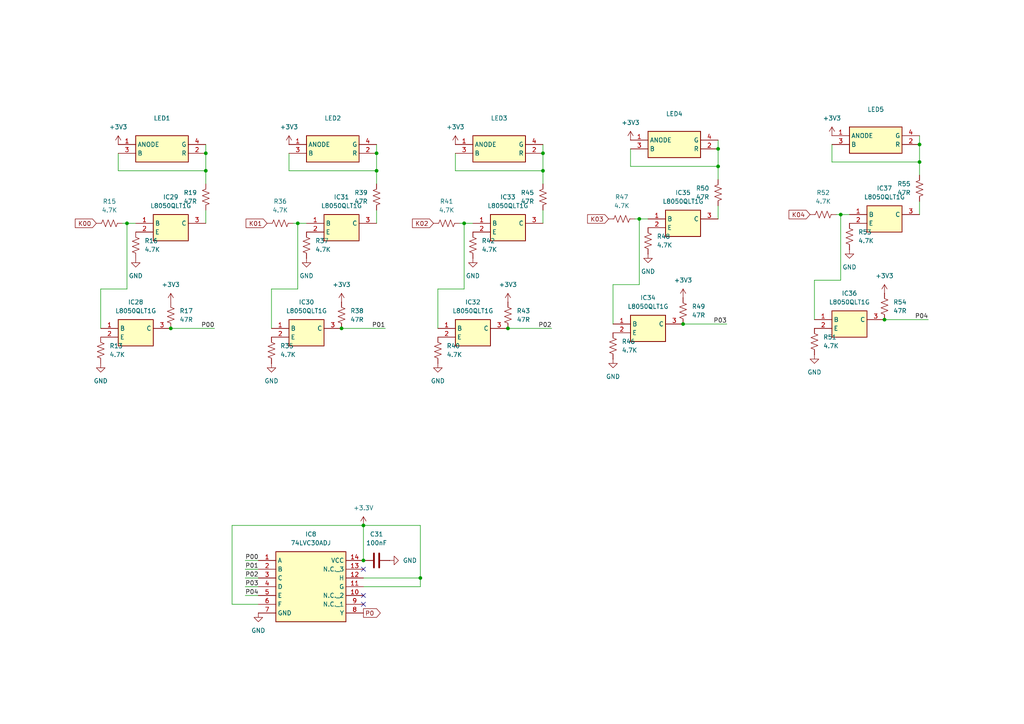
<source format=kicad_sch>
(kicad_sch
	(version 20231120)
	(generator "eeschema")
	(generator_version "8.0")
	(uuid "e9000031-5dcd-4b7b-8a1e-9031ea57a33f")
	(paper "A4")
	(lib_symbols
		(symbol "74LVC30ADJ:74LVC30ADJ"
			(exclude_from_sim no)
			(in_bom yes)
			(on_board yes)
			(property "Reference" "IC"
				(at 26.67 7.62 0)
				(effects
					(font
						(size 1.27 1.27)
					)
					(justify left top)
				)
			)
			(property "Value" "74LVC30ADJ"
				(at 26.67 5.08 0)
				(effects
					(font
						(size 1.27 1.27)
					)
					(justify left top)
				)
			)
			(property "Footprint" "SOIC127P600X175-14N"
				(at 26.67 -94.92 0)
				(effects
					(font
						(size 1.27 1.27)
					)
					(justify left top)
					(hide yes)
				)
			)
			(property "Datasheet" "https://assets.nexperia.com/documents/data-sheet/74LVC30A.pdf"
				(at 26.67 -194.92 0)
				(effects
					(font
						(size 1.27 1.27)
					)
					(justify left top)
					(hide yes)
				)
			)
			(property "Description" "74LVC30A - 8-input NAND gate@en-us"
				(at 0 0 0)
				(effects
					(font
						(size 1.27 1.27)
					)
					(hide yes)
				)
			)
			(property "Height" "1.75"
				(at 26.67 -394.92 0)
				(effects
					(font
						(size 1.27 1.27)
					)
					(justify left top)
					(hide yes)
				)
			)
			(property "Manufacturer_Name" "Nexperia"
				(at 26.67 -494.92 0)
				(effects
					(font
						(size 1.27 1.27)
					)
					(justify left top)
					(hide yes)
				)
			)
			(property "Manufacturer_Part_Number" "74LVC30ADJ"
				(at 26.67 -594.92 0)
				(effects
					(font
						(size 1.27 1.27)
					)
					(justify left top)
					(hide yes)
				)
			)
			(property "Mouser Part Number" "771-74LVC30ADJ"
				(at 26.67 -694.92 0)
				(effects
					(font
						(size 1.27 1.27)
					)
					(justify left top)
					(hide yes)
				)
			)
			(property "Mouser Price/Stock" "https://www.mouser.com/Search/Refine.aspx?Keyword=771-74LVC30ADJ"
				(at 26.67 -794.92 0)
				(effects
					(font
						(size 1.27 1.27)
					)
					(justify left top)
					(hide yes)
				)
			)
			(property "Arrow Part Number" "74LVC30ADJ"
				(at 26.67 -894.92 0)
				(effects
					(font
						(size 1.27 1.27)
					)
					(justify left top)
					(hide yes)
				)
			)
			(property "Arrow Price/Stock" "https://www.arrow.com/en/products/74lvc30adj/nexperia?region=nac"
				(at 26.67 -994.92 0)
				(effects
					(font
						(size 1.27 1.27)
					)
					(justify left top)
					(hide yes)
				)
			)
			(symbol "74LVC30ADJ_1_1"
				(rectangle
					(start 5.08 2.54)
					(end 25.4 -17.78)
					(stroke
						(width 0.254)
						(type default)
					)
					(fill
						(type background)
					)
				)
				(pin passive line
					(at 0 0 0)
					(length 5.08)
					(name "A"
						(effects
							(font
								(size 1.27 1.27)
							)
						)
					)
					(number "1"
						(effects
							(font
								(size 1.27 1.27)
							)
						)
					)
				)
				(pin passive line
					(at 30.48 -10.16 180)
					(length 5.08)
					(name "N.C._2"
						(effects
							(font
								(size 1.27 1.27)
							)
						)
					)
					(number "10"
						(effects
							(font
								(size 1.27 1.27)
							)
						)
					)
				)
				(pin passive line
					(at 30.48 -7.62 180)
					(length 5.08)
					(name "G"
						(effects
							(font
								(size 1.27 1.27)
							)
						)
					)
					(number "11"
						(effects
							(font
								(size 1.27 1.27)
							)
						)
					)
				)
				(pin passive line
					(at 30.48 -5.08 180)
					(length 5.08)
					(name "H"
						(effects
							(font
								(size 1.27 1.27)
							)
						)
					)
					(number "12"
						(effects
							(font
								(size 1.27 1.27)
							)
						)
					)
				)
				(pin passive line
					(at 30.48 -2.54 180)
					(length 5.08)
					(name "N.C._3"
						(effects
							(font
								(size 1.27 1.27)
							)
						)
					)
					(number "13"
						(effects
							(font
								(size 1.27 1.27)
							)
						)
					)
				)
				(pin passive line
					(at 30.48 0 180)
					(length 5.08)
					(name "VCC"
						(effects
							(font
								(size 1.27 1.27)
							)
						)
					)
					(number "14"
						(effects
							(font
								(size 1.27 1.27)
							)
						)
					)
				)
				(pin passive line
					(at 0 -2.54 0)
					(length 5.08)
					(name "B"
						(effects
							(font
								(size 1.27 1.27)
							)
						)
					)
					(number "2"
						(effects
							(font
								(size 1.27 1.27)
							)
						)
					)
				)
				(pin passive line
					(at 0 -5.08 0)
					(length 5.08)
					(name "C"
						(effects
							(font
								(size 1.27 1.27)
							)
						)
					)
					(number "3"
						(effects
							(font
								(size 1.27 1.27)
							)
						)
					)
				)
				(pin passive line
					(at 0 -7.62 0)
					(length 5.08)
					(name "D"
						(effects
							(font
								(size 1.27 1.27)
							)
						)
					)
					(number "4"
						(effects
							(font
								(size 1.27 1.27)
							)
						)
					)
				)
				(pin passive line
					(at 0 -10.16 0)
					(length 5.08)
					(name "E"
						(effects
							(font
								(size 1.27 1.27)
							)
						)
					)
					(number "5"
						(effects
							(font
								(size 1.27 1.27)
							)
						)
					)
				)
				(pin passive line
					(at 0 -12.7 0)
					(length 5.08)
					(name "F"
						(effects
							(font
								(size 1.27 1.27)
							)
						)
					)
					(number "6"
						(effects
							(font
								(size 1.27 1.27)
							)
						)
					)
				)
				(pin passive line
					(at 0 -15.24 0)
					(length 5.08)
					(name "GND"
						(effects
							(font
								(size 1.27 1.27)
							)
						)
					)
					(number "7"
						(effects
							(font
								(size 1.27 1.27)
							)
						)
					)
				)
				(pin passive line
					(at 30.48 -15.24 180)
					(length 5.08)
					(name "Y"
						(effects
							(font
								(size 1.27 1.27)
							)
						)
					)
					(number "8"
						(effects
							(font
								(size 1.27 1.27)
							)
						)
					)
				)
				(pin passive line
					(at 30.48 -12.7 180)
					(length 5.08)
					(name "N.C._1"
						(effects
							(font
								(size 1.27 1.27)
							)
						)
					)
					(number "9"
						(effects
							(font
								(size 1.27 1.27)
							)
						)
					)
				)
			)
		)
		(symbol "Device:C"
			(pin_numbers hide)
			(pin_names
				(offset 0.254)
			)
			(exclude_from_sim no)
			(in_bom yes)
			(on_board yes)
			(property "Reference" "C"
				(at 0.635 2.54 0)
				(effects
					(font
						(size 1.27 1.27)
					)
					(justify left)
				)
			)
			(property "Value" "C"
				(at 0.635 -2.54 0)
				(effects
					(font
						(size 1.27 1.27)
					)
					(justify left)
				)
			)
			(property "Footprint" ""
				(at 0.9652 -3.81 0)
				(effects
					(font
						(size 1.27 1.27)
					)
					(hide yes)
				)
			)
			(property "Datasheet" "~"
				(at 0 0 0)
				(effects
					(font
						(size 1.27 1.27)
					)
					(hide yes)
				)
			)
			(property "Description" "Unpolarized capacitor"
				(at 0 0 0)
				(effects
					(font
						(size 1.27 1.27)
					)
					(hide yes)
				)
			)
			(property "ki_keywords" "cap capacitor"
				(at 0 0 0)
				(effects
					(font
						(size 1.27 1.27)
					)
					(hide yes)
				)
			)
			(property "ki_fp_filters" "C_*"
				(at 0 0 0)
				(effects
					(font
						(size 1.27 1.27)
					)
					(hide yes)
				)
			)
			(symbol "C_0_1"
				(polyline
					(pts
						(xy -2.032 -0.762) (xy 2.032 -0.762)
					)
					(stroke
						(width 0.508)
						(type default)
					)
					(fill
						(type none)
					)
				)
				(polyline
					(pts
						(xy -2.032 0.762) (xy 2.032 0.762)
					)
					(stroke
						(width 0.508)
						(type default)
					)
					(fill
						(type none)
					)
				)
			)
			(symbol "C_1_1"
				(pin passive line
					(at 0 3.81 270)
					(length 2.794)
					(name "~"
						(effects
							(font
								(size 1.27 1.27)
							)
						)
					)
					(number "1"
						(effects
							(font
								(size 1.27 1.27)
							)
						)
					)
				)
				(pin passive line
					(at 0 -3.81 90)
					(length 2.794)
					(name "~"
						(effects
							(font
								(size 1.27 1.27)
							)
						)
					)
					(number "2"
						(effects
							(font
								(size 1.27 1.27)
							)
						)
					)
				)
			)
		)
		(symbol "Device:R_US"
			(pin_numbers hide)
			(pin_names
				(offset 0)
			)
			(exclude_from_sim no)
			(in_bom yes)
			(on_board yes)
			(property "Reference" "R"
				(at 2.54 0 90)
				(effects
					(font
						(size 1.27 1.27)
					)
				)
			)
			(property "Value" "R_US"
				(at -2.54 0 90)
				(effects
					(font
						(size 1.27 1.27)
					)
				)
			)
			(property "Footprint" ""
				(at 1.016 -0.254 90)
				(effects
					(font
						(size 1.27 1.27)
					)
					(hide yes)
				)
			)
			(property "Datasheet" "~"
				(at 0 0 0)
				(effects
					(font
						(size 1.27 1.27)
					)
					(hide yes)
				)
			)
			(property "Description" "Resistor, US symbol"
				(at 0 0 0)
				(effects
					(font
						(size 1.27 1.27)
					)
					(hide yes)
				)
			)
			(property "ki_keywords" "R res resistor"
				(at 0 0 0)
				(effects
					(font
						(size 1.27 1.27)
					)
					(hide yes)
				)
			)
			(property "ki_fp_filters" "R_*"
				(at 0 0 0)
				(effects
					(font
						(size 1.27 1.27)
					)
					(hide yes)
				)
			)
			(symbol "R_US_0_1"
				(polyline
					(pts
						(xy 0 -2.286) (xy 0 -2.54)
					)
					(stroke
						(width 0)
						(type default)
					)
					(fill
						(type none)
					)
				)
				(polyline
					(pts
						(xy 0 2.286) (xy 0 2.54)
					)
					(stroke
						(width 0)
						(type default)
					)
					(fill
						(type none)
					)
				)
				(polyline
					(pts
						(xy 0 -0.762) (xy 1.016 -1.143) (xy 0 -1.524) (xy -1.016 -1.905) (xy 0 -2.286)
					)
					(stroke
						(width 0)
						(type default)
					)
					(fill
						(type none)
					)
				)
				(polyline
					(pts
						(xy 0 0.762) (xy 1.016 0.381) (xy 0 0) (xy -1.016 -0.381) (xy 0 -0.762)
					)
					(stroke
						(width 0)
						(type default)
					)
					(fill
						(type none)
					)
				)
				(polyline
					(pts
						(xy 0 2.286) (xy 1.016 1.905) (xy 0 1.524) (xy -1.016 1.143) (xy 0 0.762)
					)
					(stroke
						(width 0)
						(type default)
					)
					(fill
						(type none)
					)
				)
			)
			(symbol "R_US_1_1"
				(pin passive line
					(at 0 3.81 270)
					(length 1.27)
					(name "~"
						(effects
							(font
								(size 1.27 1.27)
							)
						)
					)
					(number "1"
						(effects
							(font
								(size 1.27 1.27)
							)
						)
					)
				)
				(pin passive line
					(at 0 -3.81 90)
					(length 1.27)
					(name "~"
						(effects
							(font
								(size 1.27 1.27)
							)
						)
					)
					(number "2"
						(effects
							(font
								(size 1.27 1.27)
							)
						)
					)
				)
			)
		)
		(symbol "L8050QLT1G:L8050QLT1G"
			(exclude_from_sim no)
			(in_bom yes)
			(on_board yes)
			(property "Reference" "IC"
				(at 16.51 7.62 0)
				(effects
					(font
						(size 1.27 1.27)
					)
					(justify left top)
				)
			)
			(property "Value" "L8050QLT1G"
				(at 16.51 5.08 0)
				(effects
					(font
						(size 1.27 1.27)
					)
					(justify left top)
				)
			)
			(property "Footprint" "L8050QLT1G"
				(at 16.51 -94.92 0)
				(effects
					(font
						(size 1.27 1.27)
					)
					(justify left top)
					(hide yes)
				)
			)
			(property "Datasheet" "https://datasheet.datasheetarchive.com/originals/distributors/Datasheets-28/DSA-558356.pdf"
				(at 16.51 -194.92 0)
				(effects
					(font
						(size 1.27 1.27)
					)
					(justify left top)
					(hide yes)
				)
			)
			(property "Description" "Trans GP BJT NPN 25V 0.8A 3-Pin SOT-23 T/R"
				(at 0 0 0)
				(effects
					(font
						(size 1.27 1.27)
					)
					(hide yes)
				)
			)
			(property "Height" "1.11"
				(at 16.51 -394.92 0)
				(effects
					(font
						(size 1.27 1.27)
					)
					(justify left top)
					(hide yes)
				)
			)
			(property "Manufacturer_Name" "LRC"
				(at 16.51 -494.92 0)
				(effects
					(font
						(size 1.27 1.27)
					)
					(justify left top)
					(hide yes)
				)
			)
			(property "Manufacturer_Part_Number" "L8050QLT1G"
				(at 16.51 -594.92 0)
				(effects
					(font
						(size 1.27 1.27)
					)
					(justify left top)
					(hide yes)
				)
			)
			(property "Mouser Part Number" ""
				(at 16.51 -694.92 0)
				(effects
					(font
						(size 1.27 1.27)
					)
					(justify left top)
					(hide yes)
				)
			)
			(property "Mouser Price/Stock" ""
				(at 16.51 -794.92 0)
				(effects
					(font
						(size 1.27 1.27)
					)
					(justify left top)
					(hide yes)
				)
			)
			(property "Arrow Part Number" ""
				(at 16.51 -894.92 0)
				(effects
					(font
						(size 1.27 1.27)
					)
					(justify left top)
					(hide yes)
				)
			)
			(property "Arrow Price/Stock" ""
				(at 16.51 -994.92 0)
				(effects
					(font
						(size 1.27 1.27)
					)
					(justify left top)
					(hide yes)
				)
			)
			(symbol "L8050QLT1G_1_1"
				(rectangle
					(start 5.08 2.54)
					(end 15.24 -5.08)
					(stroke
						(width 0.254)
						(type default)
					)
					(fill
						(type background)
					)
				)
				(pin passive line
					(at 0 0 0)
					(length 5.08)
					(name "B"
						(effects
							(font
								(size 1.27 1.27)
							)
						)
					)
					(number "1"
						(effects
							(font
								(size 1.27 1.27)
							)
						)
					)
				)
				(pin passive line
					(at 0 -2.54 0)
					(length 5.08)
					(name "E"
						(effects
							(font
								(size 1.27 1.27)
							)
						)
					)
					(number "2"
						(effects
							(font
								(size 1.27 1.27)
							)
						)
					)
				)
				(pin passive line
					(at 20.32 0 180)
					(length 5.08)
					(name "C"
						(effects
							(font
								(size 1.27 1.27)
							)
						)
					)
					(number "3"
						(effects
							(font
								(size 1.27 1.27)
							)
						)
					)
				)
			)
		)
		(symbol "LTRBR37G-4R4S-0125-0-2-R18:LTRBR37G-4R4S-0125-0-2-R18"
			(exclude_from_sim no)
			(in_bom yes)
			(on_board yes)
			(property "Reference" "LED"
				(at 21.59 7.62 0)
				(effects
					(font
						(size 1.27 1.27)
					)
					(justify left top)
				)
			)
			(property "Value" "LTRBR37G-4R4S-0125-0-2-R18"
				(at 21.59 5.08 0)
				(effects
					(font
						(size 1.27 1.27)
					)
					(justify left top)
				)
			)
			(property "Footprint" "LTRBR37G4R4S012502R18"
				(at 21.59 -94.92 0)
				(effects
					(font
						(size 1.27 1.27)
					)
					(justify left top)
					(hide yes)
				)
			)
			(property "Datasheet" "https://dammedia.osram.info/media/resource/hires/osram-dam-6751107/LTRB%20R37G_EN.pdf"
				(at 21.59 -194.92 0)
				(effects
					(font
						(size 1.27 1.27)
					)
					(justify left top)
					(hide yes)
				)
			)
			(property "Description" "Standard LEDs - SMD RGB LED"
				(at 0 0 0)
				(effects
					(font
						(size 1.27 1.27)
					)
					(hide yes)
				)
			)
			(property "Height" "0.35"
				(at 21.59 -394.92 0)
				(effects
					(font
						(size 1.27 1.27)
					)
					(justify left top)
					(hide yes)
				)
			)
			(property "Manufacturer_Name" "ams OSRAM"
				(at 21.59 -494.92 0)
				(effects
					(font
						(size 1.27 1.27)
					)
					(justify left top)
					(hide yes)
				)
			)
			(property "Manufacturer_Part_Number" "LTRBR37G-4R4S-0125-0-2-R18"
				(at 21.59 -594.92 0)
				(effects
					(font
						(size 1.27 1.27)
					)
					(justify left top)
					(hide yes)
				)
			)
			(property "Mouser Part Number" "720-LTRBR37GA6714"
				(at 21.59 -694.92 0)
				(effects
					(font
						(size 1.27 1.27)
					)
					(justify left top)
					(hide yes)
				)
			)
			(property "Mouser Price/Stock" "https://www.mouser.co.uk/ProductDetail/OSRAM-Opto-Semiconductors/LTRBR37G-4R4S-0125-0-2-R18?qs=PzGy0jfpSMv%252B%2FTjn17xfbA%3D%3D"
				(at 21.59 -794.92 0)
				(effects
					(font
						(size 1.27 1.27)
					)
					(justify left top)
					(hide yes)
				)
			)
			(property "Arrow Part Number" "LTRBR37G-4R4S-0125-0-2-R18"
				(at 21.59 -894.92 0)
				(effects
					(font
						(size 1.27 1.27)
					)
					(justify left top)
					(hide yes)
				)
			)
			(property "Arrow Price/Stock" "https://www.arrow.com/en/products/ltrbr37g-4r4s-0125-0-2-r18/osram-opto-semiconductors?region=nac"
				(at 21.59 -994.92 0)
				(effects
					(font
						(size 1.27 1.27)
					)
					(justify left top)
					(hide yes)
				)
			)
			(symbol "LTRBR37G-4R4S-0125-0-2-R18_1_1"
				(rectangle
					(start 5.08 2.54)
					(end 20.32 -5.08)
					(stroke
						(width 0.254)
						(type default)
					)
					(fill
						(type background)
					)
				)
				(pin passive line
					(at 25.4 0 180)
					(length 5.08)
					(name "ANODE"
						(effects
							(font
								(size 1.27 1.27)
							)
						)
					)
					(number "1"
						(effects
							(font
								(size 1.27 1.27)
							)
						)
					)
				)
				(pin passive line
					(at 0 -2.54 0)
					(length 5.08)
					(name "R"
						(effects
							(font
								(size 1.27 1.27)
							)
						)
					)
					(number "2"
						(effects
							(font
								(size 1.27 1.27)
							)
						)
					)
				)
				(pin passive line
					(at 25.4 -2.54 180)
					(length 5.08)
					(name "B"
						(effects
							(font
								(size 1.27 1.27)
							)
						)
					)
					(number "3"
						(effects
							(font
								(size 1.27 1.27)
							)
						)
					)
				)
				(pin passive line
					(at 0 0 0)
					(length 5.08)
					(name "G"
						(effects
							(font
								(size 1.27 1.27)
							)
						)
					)
					(number "4"
						(effects
							(font
								(size 1.27 1.27)
							)
						)
					)
				)
			)
		)
		(symbol "power:+3.3V"
			(power)
			(pin_numbers hide)
			(pin_names
				(offset 0) hide)
			(exclude_from_sim no)
			(in_bom yes)
			(on_board yes)
			(property "Reference" "#PWR"
				(at 0 -3.81 0)
				(effects
					(font
						(size 1.27 1.27)
					)
					(hide yes)
				)
			)
			(property "Value" "+3.3V"
				(at 0 3.556 0)
				(effects
					(font
						(size 1.27 1.27)
					)
				)
			)
			(property "Footprint" ""
				(at 0 0 0)
				(effects
					(font
						(size 1.27 1.27)
					)
					(hide yes)
				)
			)
			(property "Datasheet" ""
				(at 0 0 0)
				(effects
					(font
						(size 1.27 1.27)
					)
					(hide yes)
				)
			)
			(property "Description" "Power symbol creates a global label with name \"+3.3V\""
				(at 0 0 0)
				(effects
					(font
						(size 1.27 1.27)
					)
					(hide yes)
				)
			)
			(property "ki_keywords" "global power"
				(at 0 0 0)
				(effects
					(font
						(size 1.27 1.27)
					)
					(hide yes)
				)
			)
			(symbol "+3.3V_0_1"
				(polyline
					(pts
						(xy -0.762 1.27) (xy 0 2.54)
					)
					(stroke
						(width 0)
						(type default)
					)
					(fill
						(type none)
					)
				)
				(polyline
					(pts
						(xy 0 0) (xy 0 2.54)
					)
					(stroke
						(width 0)
						(type default)
					)
					(fill
						(type none)
					)
				)
				(polyline
					(pts
						(xy 0 2.54) (xy 0.762 1.27)
					)
					(stroke
						(width 0)
						(type default)
					)
					(fill
						(type none)
					)
				)
			)
			(symbol "+3.3V_1_1"
				(pin power_in line
					(at 0 0 90)
					(length 0)
					(name "~"
						(effects
							(font
								(size 1.27 1.27)
							)
						)
					)
					(number "1"
						(effects
							(font
								(size 1.27 1.27)
							)
						)
					)
				)
			)
		)
		(symbol "power:+3V3"
			(power)
			(pin_numbers hide)
			(pin_names
				(offset 0) hide)
			(exclude_from_sim no)
			(in_bom yes)
			(on_board yes)
			(property "Reference" "#PWR"
				(at 0 -3.81 0)
				(effects
					(font
						(size 1.27 1.27)
					)
					(hide yes)
				)
			)
			(property "Value" "+3V3"
				(at 0 3.556 0)
				(effects
					(font
						(size 1.27 1.27)
					)
				)
			)
			(property "Footprint" ""
				(at 0 0 0)
				(effects
					(font
						(size 1.27 1.27)
					)
					(hide yes)
				)
			)
			(property "Datasheet" ""
				(at 0 0 0)
				(effects
					(font
						(size 1.27 1.27)
					)
					(hide yes)
				)
			)
			(property "Description" "Power symbol creates a global label with name \"+3V3\""
				(at 0 0 0)
				(effects
					(font
						(size 1.27 1.27)
					)
					(hide yes)
				)
			)
			(property "ki_keywords" "global power"
				(at 0 0 0)
				(effects
					(font
						(size 1.27 1.27)
					)
					(hide yes)
				)
			)
			(symbol "+3V3_0_1"
				(polyline
					(pts
						(xy -0.762 1.27) (xy 0 2.54)
					)
					(stroke
						(width 0)
						(type default)
					)
					(fill
						(type none)
					)
				)
				(polyline
					(pts
						(xy 0 0) (xy 0 2.54)
					)
					(stroke
						(width 0)
						(type default)
					)
					(fill
						(type none)
					)
				)
				(polyline
					(pts
						(xy 0 2.54) (xy 0.762 1.27)
					)
					(stroke
						(width 0)
						(type default)
					)
					(fill
						(type none)
					)
				)
			)
			(symbol "+3V3_1_1"
				(pin power_in line
					(at 0 0 90)
					(length 0)
					(name "~"
						(effects
							(font
								(size 1.27 1.27)
							)
						)
					)
					(number "1"
						(effects
							(font
								(size 1.27 1.27)
							)
						)
					)
				)
			)
		)
		(symbol "power:GND"
			(power)
			(pin_numbers hide)
			(pin_names
				(offset 0) hide)
			(exclude_from_sim no)
			(in_bom yes)
			(on_board yes)
			(property "Reference" "#PWR"
				(at 0 -6.35 0)
				(effects
					(font
						(size 1.27 1.27)
					)
					(hide yes)
				)
			)
			(property "Value" "GND"
				(at 0 -3.81 0)
				(effects
					(font
						(size 1.27 1.27)
					)
				)
			)
			(property "Footprint" ""
				(at 0 0 0)
				(effects
					(font
						(size 1.27 1.27)
					)
					(hide yes)
				)
			)
			(property "Datasheet" ""
				(at 0 0 0)
				(effects
					(font
						(size 1.27 1.27)
					)
					(hide yes)
				)
			)
			(property "Description" "Power symbol creates a global label with name \"GND\" , ground"
				(at 0 0 0)
				(effects
					(font
						(size 1.27 1.27)
					)
					(hide yes)
				)
			)
			(property "ki_keywords" "global power"
				(at 0 0 0)
				(effects
					(font
						(size 1.27 1.27)
					)
					(hide yes)
				)
			)
			(symbol "GND_0_1"
				(polyline
					(pts
						(xy 0 0) (xy 0 -1.27) (xy 1.27 -1.27) (xy 0 -2.54) (xy -1.27 -1.27) (xy 0 -1.27)
					)
					(stroke
						(width 0)
						(type default)
					)
					(fill
						(type none)
					)
				)
			)
			(symbol "GND_1_1"
				(pin power_in line
					(at 0 0 270)
					(length 0)
					(name "~"
						(effects
							(font
								(size 1.27 1.27)
							)
						)
					)
					(number "1"
						(effects
							(font
								(size 1.27 1.27)
							)
						)
					)
				)
			)
		)
	)
	(junction
		(at 198.12 93.98)
		(diameter 0)
		(color 0 0 0 0)
		(uuid "0469aab1-d500-45d6-92ab-dc4a478fa10c")
	)
	(junction
		(at 105.41 152.4)
		(diameter 0)
		(color 0 0 0 0)
		(uuid "0954f08f-9165-46e7-a5ac-9fef2c370f7c")
	)
	(junction
		(at 109.22 44.45)
		(diameter 0)
		(color 0 0 0 0)
		(uuid "16ebce2e-cef1-438e-a1c1-ab0fc85574cb")
	)
	(junction
		(at 109.22 49.53)
		(diameter 0)
		(color 0 0 0 0)
		(uuid "1b794702-7eb2-49fc-9a89-a8c87669eeee")
	)
	(junction
		(at 208.28 43.18)
		(diameter 0)
		(color 0 0 0 0)
		(uuid "1e3f169a-d889-400b-8a94-c1cf8669a4aa")
	)
	(junction
		(at 157.48 49.53)
		(diameter 0)
		(color 0 0 0 0)
		(uuid "21a8c7ea-ed79-40c4-a9b8-2d734168bf7a")
	)
	(junction
		(at 121.92 167.64)
		(diameter 0)
		(color 0 0 0 0)
		(uuid "2f7000eb-81bc-47ce-9fdb-8ad8994ccc9c")
	)
	(junction
		(at 243.84 62.23)
		(diameter 0)
		(color 0 0 0 0)
		(uuid "331b13b9-f8a7-416c-8769-c60a7163fa9b")
	)
	(junction
		(at 86.36 64.77)
		(diameter 0)
		(color 0 0 0 0)
		(uuid "3d3ec9f5-bf8e-4cae-ac05-21568393116c")
	)
	(junction
		(at 185.42 63.5)
		(diameter 0)
		(color 0 0 0 0)
		(uuid "4dfe8cac-7828-4d7a-9c09-bd15a430f969")
	)
	(junction
		(at 105.41 162.56)
		(diameter 0)
		(color 0 0 0 0)
		(uuid "4f6f963b-2d35-43ed-8d32-a6ae56438613")
	)
	(junction
		(at 266.7 41.91)
		(diameter 0)
		(color 0 0 0 0)
		(uuid "50df5656-8365-4e98-95c7-c15eedae16c2")
	)
	(junction
		(at 147.32 95.25)
		(diameter 0)
		(color 0 0 0 0)
		(uuid "786e3e42-ffef-4486-aab2-466b6574b149")
	)
	(junction
		(at 59.69 49.53)
		(diameter 0)
		(color 0 0 0 0)
		(uuid "8764a9e7-36d4-41aa-beb8-73526662088b")
	)
	(junction
		(at 49.53 95.25)
		(diameter 0)
		(color 0 0 0 0)
		(uuid "948b49fd-0417-44cb-b8af-d9b93f600a7c")
	)
	(junction
		(at 36.83 64.77)
		(diameter 0)
		(color 0 0 0 0)
		(uuid "b24bb291-265e-4041-a849-4e430a81c445")
	)
	(junction
		(at 266.7 46.99)
		(diameter 0)
		(color 0 0 0 0)
		(uuid "d1a6ffa9-1285-4794-998f-8ffd49323a33")
	)
	(junction
		(at 256.54 92.71)
		(diameter 0)
		(color 0 0 0 0)
		(uuid "d65f9af5-c63f-4749-82ca-fac042acbb51")
	)
	(junction
		(at 99.06 95.25)
		(diameter 0)
		(color 0 0 0 0)
		(uuid "da2155e9-4293-4b58-807e-3b85a7cc7ee1")
	)
	(junction
		(at 134.62 64.77)
		(diameter 0)
		(color 0 0 0 0)
		(uuid "dc9740e0-34df-4942-929b-bb610955d215")
	)
	(junction
		(at 157.48 44.45)
		(diameter 0)
		(color 0 0 0 0)
		(uuid "e1a88b7e-d199-4012-b42e-8f163b853367")
	)
	(junction
		(at 208.28 48.26)
		(diameter 0)
		(color 0 0 0 0)
		(uuid "e6c6e11b-904f-4aa5-bc6c-d19a75e89d68")
	)
	(junction
		(at 59.69 44.45)
		(diameter 0)
		(color 0 0 0 0)
		(uuid "ffc9d2ea-8dfb-46d6-8b60-d2f8ec071f0b")
	)
	(no_connect
		(at 105.41 165.1)
		(uuid "09e51166-bbfb-4c07-a615-05f29f722956")
	)
	(no_connect
		(at 105.41 172.72)
		(uuid "0c2820ae-c25d-4e2b-85c7-e689802fc698")
	)
	(no_connect
		(at 105.41 175.26)
		(uuid "543ea834-4a08-42cd-b871-413331b1d35f")
	)
	(wire
		(pts
			(xy 242.57 62.23) (xy 243.84 62.23)
		)
		(stroke
			(width 0)
			(type default)
		)
		(uuid "042deb3c-b65d-42de-8494-8da0294d9202")
	)
	(wire
		(pts
			(xy 71.12 167.64) (xy 74.93 167.64)
		)
		(stroke
			(width 0)
			(type default)
		)
		(uuid "04bc0d96-1af9-4624-a372-8bc8626304bb")
	)
	(wire
		(pts
			(xy 266.7 46.99) (xy 266.7 41.91)
		)
		(stroke
			(width 0)
			(type default)
		)
		(uuid "05d6eb38-f1a8-47a2-b873-37a1f5416b8b")
	)
	(wire
		(pts
			(xy 157.48 49.53) (xy 157.48 44.45)
		)
		(stroke
			(width 0)
			(type default)
		)
		(uuid "0bd14996-f5a2-455c-9ea6-52a97b747932")
	)
	(wire
		(pts
			(xy 266.7 50.8) (xy 266.7 46.99)
		)
		(stroke
			(width 0)
			(type default)
		)
		(uuid "0d439e9e-d35f-4e5c-b4da-0e17ddad784b")
	)
	(wire
		(pts
			(xy 71.12 172.72) (xy 74.93 172.72)
		)
		(stroke
			(width 0)
			(type default)
		)
		(uuid "14e8f2bb-e2c8-4487-8ac5-00a15140fede")
	)
	(wire
		(pts
			(xy 256.54 92.71) (xy 269.24 92.71)
		)
		(stroke
			(width 0)
			(type default)
		)
		(uuid "170ab17c-9d8f-475d-a600-0dc3a979233b")
	)
	(wire
		(pts
			(xy 59.69 49.53) (xy 59.69 44.45)
		)
		(stroke
			(width 0)
			(type default)
		)
		(uuid "17ff2c2d-3707-4fc5-a4aa-3151dcd37f43")
	)
	(wire
		(pts
			(xy 185.42 63.5) (xy 185.42 82.55)
		)
		(stroke
			(width 0)
			(type default)
		)
		(uuid "1b7b5c72-1165-4cb0-acaa-bf3c7835de6b")
	)
	(wire
		(pts
			(xy 182.88 43.18) (xy 182.88 48.26)
		)
		(stroke
			(width 0)
			(type default)
		)
		(uuid "1c5e6339-9d80-4bcb-ab23-3a6f36f0924d")
	)
	(wire
		(pts
			(xy 83.82 49.53) (xy 109.22 49.53)
		)
		(stroke
			(width 0)
			(type default)
		)
		(uuid "1e8e4373-d38c-4549-af06-602cc55b0767")
	)
	(wire
		(pts
			(xy 67.31 175.26) (xy 67.31 152.4)
		)
		(stroke
			(width 0)
			(type default)
		)
		(uuid "205702c0-ed27-4d7c-a982-970539e642d4")
	)
	(wire
		(pts
			(xy 266.7 58.42) (xy 266.7 62.23)
		)
		(stroke
			(width 0)
			(type default)
		)
		(uuid "21252d34-2ca9-47d2-b8f2-27d1aa1390cf")
	)
	(wire
		(pts
			(xy 86.36 64.77) (xy 86.36 83.82)
		)
		(stroke
			(width 0)
			(type default)
		)
		(uuid "249b7c56-9c0b-4f2f-b6f0-1d48a8e38093")
	)
	(wire
		(pts
			(xy 147.32 95.25) (xy 160.02 95.25)
		)
		(stroke
			(width 0)
			(type default)
		)
		(uuid "2955f97c-a5d6-4ca6-9d61-e48ce7c9675b")
	)
	(wire
		(pts
			(xy 208.28 40.64) (xy 208.28 43.18)
		)
		(stroke
			(width 0)
			(type default)
		)
		(uuid "29a923ff-8f8c-4fc3-a6c9-758007037d8e")
	)
	(wire
		(pts
			(xy 177.8 82.55) (xy 177.8 93.98)
		)
		(stroke
			(width 0)
			(type default)
		)
		(uuid "2f7682cf-1dfe-470c-b0e5-efaace977570")
	)
	(wire
		(pts
			(xy 243.84 81.28) (xy 236.22 81.28)
		)
		(stroke
			(width 0)
			(type default)
		)
		(uuid "34b87a3d-b18d-4bff-aee7-f66fbfee8a46")
	)
	(wire
		(pts
			(xy 71.12 165.1) (xy 74.93 165.1)
		)
		(stroke
			(width 0)
			(type default)
		)
		(uuid "35635c70-8a3c-4c2d-8188-fc7c27edf5e2")
	)
	(wire
		(pts
			(xy 85.09 64.77) (xy 86.36 64.77)
		)
		(stroke
			(width 0)
			(type default)
		)
		(uuid "368f0914-35b3-49bd-ac3d-d6a2acd08568")
	)
	(wire
		(pts
			(xy 105.41 170.18) (xy 121.92 170.18)
		)
		(stroke
			(width 0)
			(type default)
		)
		(uuid "36eee8dd-d574-402b-a2ce-35722ec2835f")
	)
	(wire
		(pts
			(xy 134.62 83.82) (xy 127 83.82)
		)
		(stroke
			(width 0)
			(type default)
		)
		(uuid "38b3e0fe-68c3-4907-b7d5-ad08f900462d")
	)
	(wire
		(pts
			(xy 127 83.82) (xy 127 95.25)
		)
		(stroke
			(width 0)
			(type default)
		)
		(uuid "3c2c79ae-89fe-40a2-97b9-1c9cd48eb31f")
	)
	(wire
		(pts
			(xy 132.08 44.45) (xy 132.08 49.53)
		)
		(stroke
			(width 0)
			(type default)
		)
		(uuid "4016917a-11d4-4abd-9937-fdcf19d85137")
	)
	(wire
		(pts
			(xy 49.53 95.25) (xy 62.23 95.25)
		)
		(stroke
			(width 0)
			(type default)
		)
		(uuid "41dea395-d3a7-4bf3-bd31-dc9ad8355cf4")
	)
	(wire
		(pts
			(xy 121.92 152.4) (xy 105.41 152.4)
		)
		(stroke
			(width 0)
			(type default)
		)
		(uuid "42089ae1-8c5b-4ada-90f4-bf47965be89e")
	)
	(wire
		(pts
			(xy 36.83 83.82) (xy 29.21 83.82)
		)
		(stroke
			(width 0)
			(type default)
		)
		(uuid "48079a94-ba3c-4465-a131-04f58ba464f6")
	)
	(wire
		(pts
			(xy 243.84 62.23) (xy 243.84 81.28)
		)
		(stroke
			(width 0)
			(type default)
		)
		(uuid "49667903-18f1-402e-befe-041af0f98916")
	)
	(wire
		(pts
			(xy 36.83 64.77) (xy 39.37 64.77)
		)
		(stroke
			(width 0)
			(type default)
		)
		(uuid "4ab4b7d0-43eb-46a8-813e-9c1c163a1412")
	)
	(wire
		(pts
			(xy 185.42 82.55) (xy 177.8 82.55)
		)
		(stroke
			(width 0)
			(type default)
		)
		(uuid "4ac58079-f321-493e-838d-59610caac7a6")
	)
	(wire
		(pts
			(xy 241.3 46.99) (xy 266.7 46.99)
		)
		(stroke
			(width 0)
			(type default)
		)
		(uuid "4c8e2959-c619-46bc-a14a-4d4b905d0c15")
	)
	(wire
		(pts
			(xy 71.12 170.18) (xy 74.93 170.18)
		)
		(stroke
			(width 0)
			(type default)
		)
		(uuid "4eff2446-834b-4783-bd3d-28e399c10513")
	)
	(wire
		(pts
			(xy 182.88 48.26) (xy 208.28 48.26)
		)
		(stroke
			(width 0)
			(type default)
		)
		(uuid "52105a71-d5f0-4c68-a1bc-b0c009a2df29")
	)
	(wire
		(pts
			(xy 157.48 53.34) (xy 157.48 49.53)
		)
		(stroke
			(width 0)
			(type default)
		)
		(uuid "5253086f-6785-4cc8-b387-c5b1b14547ab")
	)
	(wire
		(pts
			(xy 134.62 64.77) (xy 137.16 64.77)
		)
		(stroke
			(width 0)
			(type default)
		)
		(uuid "69f1fb35-77f3-46cd-a47a-c831fbe8e704")
	)
	(wire
		(pts
			(xy 105.41 167.64) (xy 121.92 167.64)
		)
		(stroke
			(width 0)
			(type default)
		)
		(uuid "6ad454fa-7adc-4232-adf1-2f49965a61f0")
	)
	(wire
		(pts
			(xy 74.93 175.26) (xy 67.31 175.26)
		)
		(stroke
			(width 0)
			(type default)
		)
		(uuid "6db105ad-fc5a-44e1-88d8-139958a26fc6")
	)
	(wire
		(pts
			(xy 83.82 44.45) (xy 83.82 49.53)
		)
		(stroke
			(width 0)
			(type default)
		)
		(uuid "700d1c53-e4e8-4a3b-bc2f-fa9331afcf2d")
	)
	(wire
		(pts
			(xy 185.42 63.5) (xy 187.96 63.5)
		)
		(stroke
			(width 0)
			(type default)
		)
		(uuid "72d32dc1-8631-4650-9277-dd208271aec8")
	)
	(wire
		(pts
			(xy 59.69 41.91) (xy 59.69 44.45)
		)
		(stroke
			(width 0)
			(type default)
		)
		(uuid "753ecc10-1cee-4f9b-bfa2-f28a41726b24")
	)
	(wire
		(pts
			(xy 208.28 52.07) (xy 208.28 48.26)
		)
		(stroke
			(width 0)
			(type default)
		)
		(uuid "75e267d0-b3cb-4ed3-84af-b75006536c0a")
	)
	(wire
		(pts
			(xy 29.21 83.82) (xy 29.21 95.25)
		)
		(stroke
			(width 0)
			(type default)
		)
		(uuid "77bcc78e-ce5a-42b3-add9-6ed4b6d52c8e")
	)
	(wire
		(pts
			(xy 59.69 53.34) (xy 59.69 49.53)
		)
		(stroke
			(width 0)
			(type default)
		)
		(uuid "798c9593-0097-4099-acb8-46610f3b781e")
	)
	(wire
		(pts
			(xy 133.35 64.77) (xy 134.62 64.77)
		)
		(stroke
			(width 0)
			(type default)
		)
		(uuid "869aa1e8-2e5a-4f85-9e82-3200474ae568")
	)
	(wire
		(pts
			(xy 266.7 39.37) (xy 266.7 41.91)
		)
		(stroke
			(width 0)
			(type default)
		)
		(uuid "89c7c4f1-3f96-4971-becf-170fd3e1ac57")
	)
	(wire
		(pts
			(xy 67.31 152.4) (xy 105.41 152.4)
		)
		(stroke
			(width 0)
			(type default)
		)
		(uuid "8aee690f-018c-4aa4-95c8-14c6918aac07")
	)
	(wire
		(pts
			(xy 109.22 49.53) (xy 109.22 44.45)
		)
		(stroke
			(width 0)
			(type default)
		)
		(uuid "8de9421c-f2bd-4959-8dc4-38021841c70c")
	)
	(wire
		(pts
			(xy 157.48 60.96) (xy 157.48 64.77)
		)
		(stroke
			(width 0)
			(type default)
		)
		(uuid "909ec4be-3c44-4f76-85a9-7176ce1e5e31")
	)
	(wire
		(pts
			(xy 71.12 162.56) (xy 74.93 162.56)
		)
		(stroke
			(width 0)
			(type default)
		)
		(uuid "90f5ceb1-4fde-4361-80e5-5e35a2004ed3")
	)
	(wire
		(pts
			(xy 36.83 64.77) (xy 36.83 83.82)
		)
		(stroke
			(width 0)
			(type default)
		)
		(uuid "97853ede-e930-44e0-b41f-2f84793ff4a9")
	)
	(wire
		(pts
			(xy 236.22 81.28) (xy 236.22 92.71)
		)
		(stroke
			(width 0)
			(type default)
		)
		(uuid "9e0ba15c-3f49-433d-b401-ca27bcad9b1b")
	)
	(wire
		(pts
			(xy 157.48 41.91) (xy 157.48 44.45)
		)
		(stroke
			(width 0)
			(type default)
		)
		(uuid "aefb042d-3f21-4d00-bc57-bc727973ca4f")
	)
	(wire
		(pts
			(xy 243.84 62.23) (xy 246.38 62.23)
		)
		(stroke
			(width 0)
			(type default)
		)
		(uuid "b1ba53ef-132f-4e79-9d94-ba06f7101942")
	)
	(wire
		(pts
			(xy 34.29 49.53) (xy 59.69 49.53)
		)
		(stroke
			(width 0)
			(type default)
		)
		(uuid "b4ed3af7-3606-496d-bab7-b6d069dcfc8e")
	)
	(wire
		(pts
			(xy 105.41 152.4) (xy 105.41 162.56)
		)
		(stroke
			(width 0)
			(type default)
		)
		(uuid "b5871c2b-c0d1-4477-a1ba-9e24c9037c4c")
	)
	(wire
		(pts
			(xy 241.3 41.91) (xy 241.3 46.99)
		)
		(stroke
			(width 0)
			(type default)
		)
		(uuid "b752cef9-617e-4895-b92b-3295876301b5")
	)
	(wire
		(pts
			(xy 184.15 63.5) (xy 185.42 63.5)
		)
		(stroke
			(width 0)
			(type default)
		)
		(uuid "bb1aac1d-9e92-42e2-a398-2b055f4804f2")
	)
	(wire
		(pts
			(xy 34.29 44.45) (xy 34.29 49.53)
		)
		(stroke
			(width 0)
			(type default)
		)
		(uuid "c286995b-9a59-4ee3-a190-522081b2f22e")
	)
	(wire
		(pts
			(xy 208.28 59.69) (xy 208.28 63.5)
		)
		(stroke
			(width 0)
			(type default)
		)
		(uuid "c661efdc-dc80-43a6-9452-6cec02e6f271")
	)
	(wire
		(pts
			(xy 109.22 60.96) (xy 109.22 64.77)
		)
		(stroke
			(width 0)
			(type default)
		)
		(uuid "c6ce6e80-8c5b-4ff1-9e34-939d9d91c646")
	)
	(wire
		(pts
			(xy 86.36 64.77) (xy 88.9 64.77)
		)
		(stroke
			(width 0)
			(type default)
		)
		(uuid "c86033fa-7897-46c7-83ea-c00301016509")
	)
	(wire
		(pts
			(xy 109.22 41.91) (xy 109.22 44.45)
		)
		(stroke
			(width 0)
			(type default)
		)
		(uuid "cf98efbe-5c67-40c5-b841-76a3cc2f6ec5")
	)
	(wire
		(pts
			(xy 132.08 49.53) (xy 157.48 49.53)
		)
		(stroke
			(width 0)
			(type default)
		)
		(uuid "d58035c9-62bb-456d-aa79-c4af5b74df0a")
	)
	(wire
		(pts
			(xy 198.12 93.98) (xy 210.82 93.98)
		)
		(stroke
			(width 0)
			(type default)
		)
		(uuid "d922fea5-2426-42cb-8646-5cede9b44a27")
	)
	(wire
		(pts
			(xy 99.06 95.25) (xy 111.76 95.25)
		)
		(stroke
			(width 0)
			(type default)
		)
		(uuid "dd2d29bf-f4c2-4dbc-a0c0-1a9a416e6138")
	)
	(wire
		(pts
			(xy 208.28 48.26) (xy 208.28 43.18)
		)
		(stroke
			(width 0)
			(type default)
		)
		(uuid "de2d9c78-858f-463b-bea9-73c70e714039")
	)
	(wire
		(pts
			(xy 121.92 170.18) (xy 121.92 167.64)
		)
		(stroke
			(width 0)
			(type default)
		)
		(uuid "e1b2eb99-8017-4732-a967-0de6deecf81a")
	)
	(wire
		(pts
			(xy 59.69 60.96) (xy 59.69 64.77)
		)
		(stroke
			(width 0)
			(type default)
		)
		(uuid "e3e01cca-9e65-41c0-8dd1-cf1fef1275ad")
	)
	(wire
		(pts
			(xy 35.56 64.77) (xy 36.83 64.77)
		)
		(stroke
			(width 0)
			(type default)
		)
		(uuid "e570f3db-0384-48f0-a2d1-19cc5658fd68")
	)
	(wire
		(pts
			(xy 78.74 83.82) (xy 78.74 95.25)
		)
		(stroke
			(width 0)
			(type default)
		)
		(uuid "f30631c9-56ae-4013-b475-e29be69b8691")
	)
	(wire
		(pts
			(xy 134.62 64.77) (xy 134.62 83.82)
		)
		(stroke
			(width 0)
			(type default)
		)
		(uuid "f780f067-31ee-4091-a06f-692c2ee0cef6")
	)
	(wire
		(pts
			(xy 121.92 167.64) (xy 121.92 152.4)
		)
		(stroke
			(width 0)
			(type default)
		)
		(uuid "f98d83fb-2588-4954-b71c-605a8942597a")
	)
	(wire
		(pts
			(xy 109.22 53.34) (xy 109.22 49.53)
		)
		(stroke
			(width 0)
			(type default)
		)
		(uuid "fe1c9f2b-b442-4067-b8aa-94a0974040f0")
	)
	(wire
		(pts
			(xy 86.36 83.82) (xy 78.74 83.82)
		)
		(stroke
			(width 0)
			(type default)
		)
		(uuid "ff338f0c-124d-4e9d-86d8-8a658bc91759")
	)
	(label "P02"
		(at 160.02 95.25 180)
		(fields_autoplaced yes)
		(effects
			(font
				(size 1.27 1.27)
			)
			(justify right bottom)
		)
		(uuid "171251ec-f103-4967-b4fe-79304339d31d")
	)
	(label "P00"
		(at 62.23 95.25 180)
		(fields_autoplaced yes)
		(effects
			(font
				(size 1.27 1.27)
			)
			(justify right bottom)
		)
		(uuid "19cea5fe-ac40-43eb-8557-244babd8d8be")
	)
	(label "P01"
		(at 71.12 165.1 0)
		(fields_autoplaced yes)
		(effects
			(font
				(size 1.27 1.27)
			)
			(justify left bottom)
		)
		(uuid "3110410a-bdf3-4607-a6ff-3dfc4af6ad6f")
	)
	(label "P00"
		(at 71.12 162.56 0)
		(fields_autoplaced yes)
		(effects
			(font
				(size 1.27 1.27)
			)
			(justify left bottom)
		)
		(uuid "3d7eda47-4c6a-46c5-8d05-806ff3421715")
	)
	(label "P03"
		(at 210.82 93.98 180)
		(fields_autoplaced yes)
		(effects
			(font
				(size 1.27 1.27)
			)
			(justify right bottom)
		)
		(uuid "a038d8d1-1686-4df7-acf2-5abb8a481697")
	)
	(label "P04"
		(at 269.24 92.71 180)
		(fields_autoplaced yes)
		(effects
			(font
				(size 1.27 1.27)
			)
			(justify right bottom)
		)
		(uuid "a7ca1217-6e91-48a6-a1ce-e9c2683a602b")
	)
	(label "P02"
		(at 71.12 167.64 0)
		(fields_autoplaced yes)
		(effects
			(font
				(size 1.27 1.27)
			)
			(justify left bottom)
		)
		(uuid "d9f4de95-9c73-4c95-a030-2704ca3c71a7")
	)
	(label "P01"
		(at 111.76 95.25 180)
		(fields_autoplaced yes)
		(effects
			(font
				(size 1.27 1.27)
			)
			(justify right bottom)
		)
		(uuid "e1ced318-c7e9-48ab-99bc-bdd559fd7d5e")
	)
	(label "P04"
		(at 71.12 172.72 0)
		(fields_autoplaced yes)
		(effects
			(font
				(size 1.27 1.27)
			)
			(justify left bottom)
		)
		(uuid "edfb42f6-cb32-481f-a0b9-a92e45aacef2")
	)
	(label "P03"
		(at 71.12 170.18 0)
		(fields_autoplaced yes)
		(effects
			(font
				(size 1.27 1.27)
			)
			(justify left bottom)
		)
		(uuid "f2807807-25ad-42c6-aad2-70fe300081bf")
	)
	(global_label "K04"
		(shape input)
		(at 234.95 62.23 180)
		(fields_autoplaced yes)
		(effects
			(font
				(size 1.27 1.27)
			)
			(justify right)
		)
		(uuid "1af3b0a8-d023-4eec-aeb8-df0fd3112a30")
		(property "Intersheetrefs" "${INTERSHEET_REFS}"
			(at 228.2758 62.23 0)
			(effects
				(font
					(size 1.27 1.27)
				)
				(justify right)
				(hide yes)
			)
		)
	)
	(global_label "K03"
		(shape input)
		(at 176.53 63.5 180)
		(fields_autoplaced yes)
		(effects
			(font
				(size 1.27 1.27)
			)
			(justify right)
		)
		(uuid "2ac87ab6-484a-42e8-840e-01d8f3c2b34b")
		(property "Intersheetrefs" "${INTERSHEET_REFS}"
			(at 169.8558 63.5 0)
			(effects
				(font
					(size 1.27 1.27)
				)
				(justify right)
				(hide yes)
			)
		)
	)
	(global_label "K02"
		(shape input)
		(at 125.73 64.77 180)
		(fields_autoplaced yes)
		(effects
			(font
				(size 1.27 1.27)
			)
			(justify right)
		)
		(uuid "99b39088-f728-4a7a-a4ac-1c9659dc8e69")
		(property "Intersheetrefs" "${INTERSHEET_REFS}"
			(at 119.0558 64.77 0)
			(effects
				(font
					(size 1.27 1.27)
				)
				(justify right)
				(hide yes)
			)
		)
	)
	(global_label "P0"
		(shape output)
		(at 105.41 177.8 0)
		(fields_autoplaced yes)
		(effects
			(font
				(size 1.27 1.27)
			)
			(justify left)
		)
		(uuid "c8a5e3cc-b6c7-41aa-972a-51e142ffddde")
		(property "Intersheetrefs" "${INTERSHEET_REFS}"
			(at 110.8747 177.8 0)
			(effects
				(font
					(size 1.27 1.27)
				)
				(justify left)
				(hide yes)
			)
		)
	)
	(global_label "K00"
		(shape input)
		(at 27.94 64.77 180)
		(fields_autoplaced yes)
		(effects
			(font
				(size 1.27 1.27)
			)
			(justify right)
		)
		(uuid "de6f74a9-52a7-4247-acba-e0394d07ef85")
		(property "Intersheetrefs" "${INTERSHEET_REFS}"
			(at 21.2658 64.77 0)
			(effects
				(font
					(size 1.27 1.27)
				)
				(justify right)
				(hide yes)
			)
		)
	)
	(global_label "K01"
		(shape input)
		(at 77.47 64.77 180)
		(fields_autoplaced yes)
		(effects
			(font
				(size 1.27 1.27)
			)
			(justify right)
		)
		(uuid "f83650a0-656f-48ee-a613-bb64d1bd5fa3")
		(property "Intersheetrefs" "${INTERSHEET_REFS}"
			(at 70.7958 64.77 0)
			(effects
				(font
					(size 1.27 1.27)
				)
				(justify right)
				(hide yes)
			)
		)
	)
	(symbol
		(lib_id "L8050QLT1G:L8050QLT1G")
		(at 88.9 64.77 0)
		(unit 1)
		(exclude_from_sim no)
		(in_bom yes)
		(on_board yes)
		(dnp no)
		(fields_autoplaced yes)
		(uuid "001a4591-869c-41b0-b532-fc9db9cd328c")
		(property "Reference" "IC31"
			(at 99.06 57.15 0)
			(effects
				(font
					(size 1.27 1.27)
				)
			)
		)
		(property "Value" "L8050QLT1G"
			(at 99.06 59.69 0)
			(effects
				(font
					(size 1.27 1.27)
				)
			)
		)
		(property "Footprint" "L8050QLT1G"
			(at 105.41 159.69 0)
			(effects
				(font
					(size 1.27 1.27)
				)
				(justify left top)
				(hide yes)
			)
		)
		(property "Datasheet" "https://datasheet.datasheetarchive.com/originals/distributors/Datasheets-28/DSA-558356.pdf"
			(at 105.41 259.69 0)
			(effects
				(font
					(size 1.27 1.27)
				)
				(justify left top)
				(hide yes)
			)
		)
		(property "Description" "Trans GP BJT NPN 25V 0.8A 3-Pin SOT-23 T/R"
			(at 88.9 64.77 0)
			(effects
				(font
					(size 1.27 1.27)
				)
				(hide yes)
			)
		)
		(property "Height" "1.11"
			(at 105.41 459.69 0)
			(effects
				(font
					(size 1.27 1.27)
				)
				(justify left top)
				(hide yes)
			)
		)
		(property "Manufacturer_Name" "LRC"
			(at 105.41 559.69 0)
			(effects
				(font
					(size 1.27 1.27)
				)
				(justify left top)
				(hide yes)
			)
		)
		(property "Manufacturer_Part_Number" "L8050QLT1G"
			(at 105.41 659.69 0)
			(effects
				(font
					(size 1.27 1.27)
				)
				(justify left top)
				(hide yes)
			)
		)
		(property "Mouser Part Number" ""
			(at 105.41 759.69 0)
			(effects
				(font
					(size 1.27 1.27)
				)
				(justify left top)
				(hide yes)
			)
		)
		(property "Mouser Price/Stock" ""
			(at 105.41 859.69 0)
			(effects
				(font
					(size 1.27 1.27)
				)
				(justify left top)
				(hide yes)
			)
		)
		(property "Arrow Part Number" ""
			(at 105.41 959.69 0)
			(effects
				(font
					(size 1.27 1.27)
				)
				(justify left top)
				(hide yes)
			)
		)
		(property "Arrow Price/Stock" ""
			(at 105.41 1059.69 0)
			(effects
				(font
					(size 1.27 1.27)
				)
				(justify left top)
				(hide yes)
			)
		)
		(pin "3"
			(uuid "be37706c-e095-472a-b076-d3da6fa80b36")
		)
		(pin "1"
			(uuid "4d105d18-a2bf-445e-a946-298a5f820f73")
		)
		(pin "2"
			(uuid "13e093d4-f80e-4f0b-b420-aa1642680086")
		)
		(instances
			(project "sdr"
				(path "/e4d3289e-0ccf-4dc8-988c-0c08b099df28/5087fe6e-b9d2-4fb3-940c-159468809090"
					(reference "IC31")
					(unit 1)
				)
			)
		)
	)
	(symbol
		(lib_id "LTRBR37G-4R4S-0125-0-2-R18:LTRBR37G-4R4S-0125-0-2-R18")
		(at 266.7 39.37 0)
		(mirror y)
		(unit 1)
		(exclude_from_sim no)
		(in_bom yes)
		(on_board yes)
		(dnp no)
		(fields_autoplaced yes)
		(uuid "02af88c1-6291-4867-a0c4-4450d0e48d4e")
		(property "Reference" "LED5"
			(at 254 31.75 0)
			(effects
				(font
					(size 1.27 1.27)
				)
			)
		)
		(property "Value" "LTRBR37G-4R4S-0125-0-2-R18"
			(at 254 34.29 0)
			(effects
				(font
					(size 1.27 1.27)
				)
				(hide yes)
			)
		)
		(property "Footprint" "LTRBR37G4R4S012502R18"
			(at 245.11 134.29 0)
			(effects
				(font
					(size 1.27 1.27)
				)
				(justify left top)
				(hide yes)
			)
		)
		(property "Datasheet" "https://dammedia.osram.info/media/resource/hires/osram-dam-6751107/LTRB%20R37G_EN.pdf"
			(at 245.11 234.29 0)
			(effects
				(font
					(size 1.27 1.27)
				)
				(justify left top)
				(hide yes)
			)
		)
		(property "Description" "Standard LEDs - SMD RGB LED"
			(at 266.7 39.37 0)
			(effects
				(font
					(size 1.27 1.27)
				)
				(hide yes)
			)
		)
		(property "Height" "0.35"
			(at 245.11 434.29 0)
			(effects
				(font
					(size 1.27 1.27)
				)
				(justify left top)
				(hide yes)
			)
		)
		(property "Manufacturer_Name" "ams OSRAM"
			(at 245.11 534.29 0)
			(effects
				(font
					(size 1.27 1.27)
				)
				(justify left top)
				(hide yes)
			)
		)
		(property "Manufacturer_Part_Number" "LTRBR37G-4R4S-0125-0-2-R18"
			(at 245.11 634.29 0)
			(effects
				(font
					(size 1.27 1.27)
				)
				(justify left top)
				(hide yes)
			)
		)
		(property "Mouser Part Number" "720-LTRBR37GA6714"
			(at 245.11 734.29 0)
			(effects
				(font
					(size 1.27 1.27)
				)
				(justify left top)
				(hide yes)
			)
		)
		(property "Mouser Price/Stock" "https://www.mouser.co.uk/ProductDetail/OSRAM-Opto-Semiconductors/LTRBR37G-4R4S-0125-0-2-R18?qs=PzGy0jfpSMv%252B%2FTjn17xfbA%3D%3D"
			(at 245.11 834.29 0)
			(effects
				(font
					(size 1.27 1.27)
				)
				(justify left top)
				(hide yes)
			)
		)
		(property "Arrow Part Number" "LTRBR37G-4R4S-0125-0-2-R18"
			(at 245.11 934.29 0)
			(effects
				(font
					(size 1.27 1.27)
				)
				(justify left top)
				(hide yes)
			)
		)
		(property "Arrow Price/Stock" "https://www.arrow.com/en/products/ltrbr37g-4r4s-0125-0-2-r18/osram-opto-semiconductors?region=nac"
			(at 245.11 1034.29 0)
			(effects
				(font
					(size 1.27 1.27)
				)
				(justify left top)
				(hide yes)
			)
		)
		(pin "2"
			(uuid "02f5cd03-ae8f-4d7f-bf9b-ca165cfec7f9")
		)
		(pin "1"
			(uuid "a3015e02-2ae3-4f1c-978c-e836f0529c0a")
		)
		(pin "4"
			(uuid "cd0766c3-e0c9-4965-a3e0-9b1b6864e56d")
		)
		(pin "3"
			(uuid "750a65be-fed4-47fd-a63c-c152e53cfca1")
		)
		(instances
			(project "sdr"
				(path "/e4d3289e-0ccf-4dc8-988c-0c08b099df28/5087fe6e-b9d2-4fb3-940c-159468809090"
					(reference "LED5")
					(unit 1)
				)
			)
		)
	)
	(symbol
		(lib_id "power:GND")
		(at 246.38 72.39 0)
		(unit 1)
		(exclude_from_sim no)
		(in_bom yes)
		(on_board yes)
		(dnp no)
		(fields_autoplaced yes)
		(uuid "03fcae4f-d97a-45bd-985d-40658652b3bd")
		(property "Reference" "#PWR0104"
			(at 246.38 78.74 0)
			(effects
				(font
					(size 1.27 1.27)
				)
				(hide yes)
			)
		)
		(property "Value" "GND"
			(at 246.38 77.47 0)
			(effects
				(font
					(size 1.27 1.27)
				)
			)
		)
		(property "Footprint" ""
			(at 246.38 72.39 0)
			(effects
				(font
					(size 1.27 1.27)
				)
				(hide yes)
			)
		)
		(property "Datasheet" ""
			(at 246.38 72.39 0)
			(effects
				(font
					(size 1.27 1.27)
				)
				(hide yes)
			)
		)
		(property "Description" "Power symbol creates a global label with name \"GND\" , ground"
			(at 246.38 72.39 0)
			(effects
				(font
					(size 1.27 1.27)
				)
				(hide yes)
			)
		)
		(pin "1"
			(uuid "977d8bef-f214-42b2-a07b-71679c008074")
		)
		(instances
			(project "sdr"
				(path "/e4d3289e-0ccf-4dc8-988c-0c08b099df28/5087fe6e-b9d2-4fb3-940c-159468809090"
					(reference "#PWR0104")
					(unit 1)
				)
			)
		)
	)
	(symbol
		(lib_id "Device:R_US")
		(at 246.38 68.58 180)
		(unit 1)
		(exclude_from_sim no)
		(in_bom yes)
		(on_board yes)
		(dnp no)
		(fields_autoplaced yes)
		(uuid "0415f610-2bf2-47b5-9e53-63c525684a34")
		(property "Reference" "R53"
			(at 248.92 67.3099 0)
			(effects
				(font
					(size 1.27 1.27)
				)
				(justify right)
			)
		)
		(property "Value" "4.7K"
			(at 248.92 69.8499 0)
			(effects
				(font
					(size 1.27 1.27)
				)
				(justify right)
			)
		)
		(property "Footprint" "Resistor_SMD:R_0603_1608Metric"
			(at 245.364 68.326 90)
			(effects
				(font
					(size 1.27 1.27)
				)
				(hide yes)
			)
		)
		(property "Datasheet" "~"
			(at 246.38 68.58 0)
			(effects
				(font
					(size 1.27 1.27)
				)
				(hide yes)
			)
		)
		(property "Description" "Resistor, US symbol"
			(at 246.38 68.58 0)
			(effects
				(font
					(size 1.27 1.27)
				)
				(hide yes)
			)
		)
		(pin "2"
			(uuid "7571a63b-83c2-4401-9329-c871a95da1a7")
		)
		(pin "1"
			(uuid "1401180e-a5be-4e0d-a918-6a51fd30ff6d")
		)
		(instances
			(project "sdr"
				(path "/e4d3289e-0ccf-4dc8-988c-0c08b099df28/5087fe6e-b9d2-4fb3-940c-159468809090"
					(reference "R53")
					(unit 1)
				)
			)
		)
	)
	(symbol
		(lib_id "power:GND")
		(at 78.74 105.41 0)
		(unit 1)
		(exclude_from_sim no)
		(in_bom yes)
		(on_board yes)
		(dnp no)
		(fields_autoplaced yes)
		(uuid "0789b1a4-cbe4-459b-94cd-d5dd1a359112")
		(property "Reference" "#PWR087"
			(at 78.74 111.76 0)
			(effects
				(font
					(size 1.27 1.27)
				)
				(hide yes)
			)
		)
		(property "Value" "GND"
			(at 78.74 110.49 0)
			(effects
				(font
					(size 1.27 1.27)
				)
			)
		)
		(property "Footprint" ""
			(at 78.74 105.41 0)
			(effects
				(font
					(size 1.27 1.27)
				)
				(hide yes)
			)
		)
		(property "Datasheet" ""
			(at 78.74 105.41 0)
			(effects
				(font
					(size 1.27 1.27)
				)
				(hide yes)
			)
		)
		(property "Description" "Power symbol creates a global label with name \"GND\" , ground"
			(at 78.74 105.41 0)
			(effects
				(font
					(size 1.27 1.27)
				)
				(hide yes)
			)
		)
		(pin "1"
			(uuid "1d384050-94b1-46a6-a468-e1e6a8f2f38d")
		)
		(instances
			(project "sdr"
				(path "/e4d3289e-0ccf-4dc8-988c-0c08b099df28/5087fe6e-b9d2-4fb3-940c-159468809090"
					(reference "#PWR087")
					(unit 1)
				)
			)
		)
	)
	(symbol
		(lib_id "Device:R_US")
		(at 49.53 91.44 180)
		(unit 1)
		(exclude_from_sim no)
		(in_bom yes)
		(on_board yes)
		(dnp no)
		(fields_autoplaced yes)
		(uuid "0892d21c-63b7-4394-b1a9-d20f1ad89771")
		(property "Reference" "R17"
			(at 52.07 90.1699 0)
			(effects
				(font
					(size 1.27 1.27)
				)
				(justify right)
			)
		)
		(property "Value" "47R"
			(at 52.07 92.7099 0)
			(effects
				(font
					(size 1.27 1.27)
				)
				(justify right)
			)
		)
		(property "Footprint" "Resistor_SMD:R_0603_1608Metric"
			(at 48.514 91.186 90)
			(effects
				(font
					(size 1.27 1.27)
				)
				(hide yes)
			)
		)
		(property "Datasheet" "~"
			(at 49.53 91.44 0)
			(effects
				(font
					(size 1.27 1.27)
				)
				(hide yes)
			)
		)
		(property "Description" "Resistor, US symbol"
			(at 49.53 91.44 0)
			(effects
				(font
					(size 1.27 1.27)
				)
				(hide yes)
			)
		)
		(pin "2"
			(uuid "8bfa092f-2d56-4da3-b3a3-5868096dd88a")
		)
		(pin "1"
			(uuid "8a293d91-2fcd-427e-ba1c-e7404401e387")
		)
		(instances
			(project "sdr"
				(path "/e4d3289e-0ccf-4dc8-988c-0c08b099df28/5087fe6e-b9d2-4fb3-940c-159468809090"
					(reference "R17")
					(unit 1)
				)
			)
		)
	)
	(symbol
		(lib_id "L8050QLT1G:L8050QLT1G")
		(at 246.38 62.23 0)
		(unit 1)
		(exclude_from_sim no)
		(in_bom yes)
		(on_board yes)
		(dnp no)
		(fields_autoplaced yes)
		(uuid "0b6492fa-26e2-4ebe-816d-e7d08cd02dad")
		(property "Reference" "IC37"
			(at 256.54 54.61 0)
			(effects
				(font
					(size 1.27 1.27)
				)
			)
		)
		(property "Value" "L8050QLT1G"
			(at 256.54 57.15 0)
			(effects
				(font
					(size 1.27 1.27)
				)
			)
		)
		(property "Footprint" "L8050QLT1G"
			(at 262.89 157.15 0)
			(effects
				(font
					(size 1.27 1.27)
				)
				(justify left top)
				(hide yes)
			)
		)
		(property "Datasheet" "https://datasheet.datasheetarchive.com/originals/distributors/Datasheets-28/DSA-558356.pdf"
			(at 262.89 257.15 0)
			(effects
				(font
					(size 1.27 1.27)
				)
				(justify left top)
				(hide yes)
			)
		)
		(property "Description" "Trans GP BJT NPN 25V 0.8A 3-Pin SOT-23 T/R"
			(at 246.38 62.23 0)
			(effects
				(font
					(size 1.27 1.27)
				)
				(hide yes)
			)
		)
		(property "Height" "1.11"
			(at 262.89 457.15 0)
			(effects
				(font
					(size 1.27 1.27)
				)
				(justify left top)
				(hide yes)
			)
		)
		(property "Manufacturer_Name" "LRC"
			(at 262.89 557.15 0)
			(effects
				(font
					(size 1.27 1.27)
				)
				(justify left top)
				(hide yes)
			)
		)
		(property "Manufacturer_Part_Number" "L8050QLT1G"
			(at 262.89 657.15 0)
			(effects
				(font
					(size 1.27 1.27)
				)
				(justify left top)
				(hide yes)
			)
		)
		(property "Mouser Part Number" ""
			(at 262.89 757.15 0)
			(effects
				(font
					(size 1.27 1.27)
				)
				(justify left top)
				(hide yes)
			)
		)
		(property "Mouser Price/Stock" ""
			(at 262.89 857.15 0)
			(effects
				(font
					(size 1.27 1.27)
				)
				(justify left top)
				(hide yes)
			)
		)
		(property "Arrow Part Number" ""
			(at 262.89 957.15 0)
			(effects
				(font
					(size 1.27 1.27)
				)
				(justify left top)
				(hide yes)
			)
		)
		(property "Arrow Price/Stock" ""
			(at 262.89 1057.15 0)
			(effects
				(font
					(size 1.27 1.27)
				)
				(justify left top)
				(hide yes)
			)
		)
		(pin "3"
			(uuid "9929e557-a6eb-4bc8-be03-71a95197f7c9")
		)
		(pin "1"
			(uuid "944725f2-977d-461b-ba30-ee5201ff7307")
		)
		(pin "2"
			(uuid "9cdc9524-fbd6-4d58-9edd-954f6e5cac36")
		)
		(instances
			(project "sdr"
				(path "/e4d3289e-0ccf-4dc8-988c-0c08b099df28/5087fe6e-b9d2-4fb3-940c-159468809090"
					(reference "IC37")
					(unit 1)
				)
			)
		)
	)
	(symbol
		(lib_id "power:GND")
		(at 74.93 177.8 0)
		(unit 1)
		(exclude_from_sim no)
		(in_bom yes)
		(on_board yes)
		(dnp no)
		(fields_autoplaced yes)
		(uuid "0e10c5e0-6e2f-402f-997f-22f92e910070")
		(property "Reference" "#PWR086"
			(at 74.93 184.15 0)
			(effects
				(font
					(size 1.27 1.27)
				)
				(hide yes)
			)
		)
		(property "Value" "GND"
			(at 74.93 182.88 0)
			(effects
				(font
					(size 1.27 1.27)
				)
			)
		)
		(property "Footprint" ""
			(at 74.93 177.8 0)
			(effects
				(font
					(size 1.27 1.27)
				)
				(hide yes)
			)
		)
		(property "Datasheet" ""
			(at 74.93 177.8 0)
			(effects
				(font
					(size 1.27 1.27)
				)
				(hide yes)
			)
		)
		(property "Description" "Power symbol creates a global label with name \"GND\" , ground"
			(at 74.93 177.8 0)
			(effects
				(font
					(size 1.27 1.27)
				)
				(hide yes)
			)
		)
		(pin "1"
			(uuid "c9e864be-6177-4abc-92a1-ce576a6cc460")
		)
		(instances
			(project "sdr"
				(path "/e4d3289e-0ccf-4dc8-988c-0c08b099df28/5087fe6e-b9d2-4fb3-940c-159468809090"
					(reference "#PWR086")
					(unit 1)
				)
			)
		)
	)
	(symbol
		(lib_id "power:+3V3")
		(at 99.06 87.63 0)
		(unit 1)
		(exclude_from_sim no)
		(in_bom yes)
		(on_board yes)
		(dnp no)
		(fields_autoplaced yes)
		(uuid "12baf121-2ed3-4857-b509-7b5f820d5b7c")
		(property "Reference" "#PWR092"
			(at 99.06 91.44 0)
			(effects
				(font
					(size 1.27 1.27)
				)
				(hide yes)
			)
		)
		(property "Value" "+3V3"
			(at 99.06 82.55 0)
			(effects
				(font
					(size 1.27 1.27)
				)
			)
		)
		(property "Footprint" ""
			(at 99.06 87.63 0)
			(effects
				(font
					(size 1.27 1.27)
				)
				(hide yes)
			)
		)
		(property "Datasheet" ""
			(at 99.06 87.63 0)
			(effects
				(font
					(size 1.27 1.27)
				)
				(hide yes)
			)
		)
		(property "Description" "Power symbol creates a global label with name \"+3V3\""
			(at 99.06 87.63 0)
			(effects
				(font
					(size 1.27 1.27)
				)
				(hide yes)
			)
		)
		(pin "1"
			(uuid "d3edd605-dbea-4dbd-bc1d-1580f5bce449")
		)
		(instances
			(project "sdr"
				(path "/e4d3289e-0ccf-4dc8-988c-0c08b099df28/5087fe6e-b9d2-4fb3-940c-159468809090"
					(reference "#PWR092")
					(unit 1)
				)
			)
		)
	)
	(symbol
		(lib_id "power:GND")
		(at 187.96 73.66 0)
		(unit 1)
		(exclude_from_sim no)
		(in_bom yes)
		(on_board yes)
		(dnp no)
		(fields_autoplaced yes)
		(uuid "191b64d3-fda8-42b3-836d-c293d9b47d4d")
		(property "Reference" "#PWR099"
			(at 187.96 80.01 0)
			(effects
				(font
					(size 1.27 1.27)
				)
				(hide yes)
			)
		)
		(property "Value" "GND"
			(at 187.96 78.74 0)
			(effects
				(font
					(size 1.27 1.27)
				)
			)
		)
		(property "Footprint" ""
			(at 187.96 73.66 0)
			(effects
				(font
					(size 1.27 1.27)
				)
				(hide yes)
			)
		)
		(property "Datasheet" ""
			(at 187.96 73.66 0)
			(effects
				(font
					(size 1.27 1.27)
				)
				(hide yes)
			)
		)
		(property "Description" "Power symbol creates a global label with name \"GND\" , ground"
			(at 187.96 73.66 0)
			(effects
				(font
					(size 1.27 1.27)
				)
				(hide yes)
			)
		)
		(pin "1"
			(uuid "cea4175d-0fc9-45b6-9e83-46bb256d174f")
		)
		(instances
			(project "sdr"
				(path "/e4d3289e-0ccf-4dc8-988c-0c08b099df28/5087fe6e-b9d2-4fb3-940c-159468809090"
					(reference "#PWR099")
					(unit 1)
				)
			)
		)
	)
	(symbol
		(lib_id "L8050QLT1G:L8050QLT1G")
		(at 78.74 95.25 0)
		(unit 1)
		(exclude_from_sim no)
		(in_bom yes)
		(on_board yes)
		(dnp no)
		(fields_autoplaced yes)
		(uuid "1a2bd987-c67c-49ed-9f69-816fd189344b")
		(property "Reference" "IC30"
			(at 88.9 87.63 0)
			(effects
				(font
					(size 1.27 1.27)
				)
			)
		)
		(property "Value" "L8050QLT1G"
			(at 88.9 90.17 0)
			(effects
				(font
					(size 1.27 1.27)
				)
			)
		)
		(property "Footprint" "L8050QLT1G"
			(at 95.25 190.17 0)
			(effects
				(font
					(size 1.27 1.27)
				)
				(justify left top)
				(hide yes)
			)
		)
		(property "Datasheet" "https://datasheet.datasheetarchive.com/originals/distributors/Datasheets-28/DSA-558356.pdf"
			(at 95.25 290.17 0)
			(effects
				(font
					(size 1.27 1.27)
				)
				(justify left top)
				(hide yes)
			)
		)
		(property "Description" "Trans GP BJT NPN 25V 0.8A 3-Pin SOT-23 T/R"
			(at 78.74 95.25 0)
			(effects
				(font
					(size 1.27 1.27)
				)
				(hide yes)
			)
		)
		(property "Height" "1.11"
			(at 95.25 490.17 0)
			(effects
				(font
					(size 1.27 1.27)
				)
				(justify left top)
				(hide yes)
			)
		)
		(property "Manufacturer_Name" "LRC"
			(at 95.25 590.17 0)
			(effects
				(font
					(size 1.27 1.27)
				)
				(justify left top)
				(hide yes)
			)
		)
		(property "Manufacturer_Part_Number" "L8050QLT1G"
			(at 95.25 690.17 0)
			(effects
				(font
					(size 1.27 1.27)
				)
				(justify left top)
				(hide yes)
			)
		)
		(property "Mouser Part Number" ""
			(at 95.25 790.17 0)
			(effects
				(font
					(size 1.27 1.27)
				)
				(justify left top)
				(hide yes)
			)
		)
		(property "Mouser Price/Stock" ""
			(at 95.25 890.17 0)
			(effects
				(font
					(size 1.27 1.27)
				)
				(justify left top)
				(hide yes)
			)
		)
		(property "Arrow Part Number" ""
			(at 95.25 990.17 0)
			(effects
				(font
					(size 1.27 1.27)
				)
				(justify left top)
				(hide yes)
			)
		)
		(property "Arrow Price/Stock" ""
			(at 95.25 1090.17 0)
			(effects
				(font
					(size 1.27 1.27)
				)
				(justify left top)
				(hide yes)
			)
		)
		(pin "3"
			(uuid "bef9e445-34e1-4fe2-bf17-e59c9780daac")
		)
		(pin "1"
			(uuid "65f0fcf8-f2bf-4ed3-b434-902ed1e8267e")
		)
		(pin "2"
			(uuid "5129756b-a066-41a6-933d-0c3ea60b9f95")
		)
		(instances
			(project "sdr"
				(path "/e4d3289e-0ccf-4dc8-988c-0c08b099df28/5087fe6e-b9d2-4fb3-940c-159468809090"
					(reference "IC30")
					(unit 1)
				)
			)
		)
	)
	(symbol
		(lib_id "Device:R_US")
		(at 198.12 90.17 180)
		(unit 1)
		(exclude_from_sim no)
		(in_bom yes)
		(on_board yes)
		(dnp no)
		(fields_autoplaced yes)
		(uuid "21bf2efd-90d7-4b19-a113-16091c7e6d97")
		(property "Reference" "R49"
			(at 200.66 88.8999 0)
			(effects
				(font
					(size 1.27 1.27)
				)
				(justify right)
			)
		)
		(property "Value" "47R"
			(at 200.66 91.4399 0)
			(effects
				(font
					(size 1.27 1.27)
				)
				(justify right)
			)
		)
		(property "Footprint" "Resistor_SMD:R_0603_1608Metric"
			(at 197.104 89.916 90)
			(effects
				(font
					(size 1.27 1.27)
				)
				(hide yes)
			)
		)
		(property "Datasheet" "~"
			(at 198.12 90.17 0)
			(effects
				(font
					(size 1.27 1.27)
				)
				(hide yes)
			)
		)
		(property "Description" "Resistor, US symbol"
			(at 198.12 90.17 0)
			(effects
				(font
					(size 1.27 1.27)
				)
				(hide yes)
			)
		)
		(pin "2"
			(uuid "bf2ba137-278d-4b71-89dc-9f2a68e619c7")
		)
		(pin "1"
			(uuid "dfb64358-fc71-4048-8ed5-634608ec7ffb")
		)
		(instances
			(project "sdr"
				(path "/e4d3289e-0ccf-4dc8-988c-0c08b099df28/5087fe6e-b9d2-4fb3-940c-159468809090"
					(reference "R49")
					(unit 1)
				)
			)
		)
	)
	(symbol
		(lib_id "power:+3V3")
		(at 241.3 39.37 0)
		(mirror y)
		(unit 1)
		(exclude_from_sim no)
		(in_bom yes)
		(on_board yes)
		(dnp no)
		(fields_autoplaced yes)
		(uuid "243bc637-1d5d-4d65-9bfa-cd20affc20a7")
		(property "Reference" "#PWR0103"
			(at 241.3 43.18 0)
			(effects
				(font
					(size 1.27 1.27)
				)
				(hide yes)
			)
		)
		(property "Value" "+3V3"
			(at 241.3 34.29 0)
			(effects
				(font
					(size 1.27 1.27)
				)
			)
		)
		(property "Footprint" ""
			(at 241.3 39.37 0)
			(effects
				(font
					(size 1.27 1.27)
				)
				(hide yes)
			)
		)
		(property "Datasheet" ""
			(at 241.3 39.37 0)
			(effects
				(font
					(size 1.27 1.27)
				)
				(hide yes)
			)
		)
		(property "Description" "Power symbol creates a global label with name \"+3V3\""
			(at 241.3 39.37 0)
			(effects
				(font
					(size 1.27 1.27)
				)
				(hide yes)
			)
		)
		(pin "1"
			(uuid "90c8390a-28b5-4f10-bfff-8486c50840c6")
		)
		(instances
			(project "sdr"
				(path "/e4d3289e-0ccf-4dc8-988c-0c08b099df28/5087fe6e-b9d2-4fb3-940c-159468809090"
					(reference "#PWR0103")
					(unit 1)
				)
			)
		)
	)
	(symbol
		(lib_id "Device:R_US")
		(at 137.16 71.12 180)
		(unit 1)
		(exclude_from_sim no)
		(in_bom yes)
		(on_board yes)
		(dnp no)
		(fields_autoplaced yes)
		(uuid "2588baf9-7fb4-4b57-9022-cd68eee9810e")
		(property "Reference" "R42"
			(at 139.7 69.8499 0)
			(effects
				(font
					(size 1.27 1.27)
				)
				(justify right)
			)
		)
		(property "Value" "4.7K"
			(at 139.7 72.3899 0)
			(effects
				(font
					(size 1.27 1.27)
				)
				(justify right)
			)
		)
		(property "Footprint" "Resistor_SMD:R_0603_1608Metric"
			(at 136.144 70.866 90)
			(effects
				(font
					(size 1.27 1.27)
				)
				(hide yes)
			)
		)
		(property "Datasheet" "~"
			(at 137.16 71.12 0)
			(effects
				(font
					(size 1.27 1.27)
				)
				(hide yes)
			)
		)
		(property "Description" "Resistor, US symbol"
			(at 137.16 71.12 0)
			(effects
				(font
					(size 1.27 1.27)
				)
				(hide yes)
			)
		)
		(pin "2"
			(uuid "aa25b1a0-d5f4-471b-96c2-9be340c2d359")
		)
		(pin "1"
			(uuid "f14d3d7a-8e31-467d-9e5d-3a08312b1b27")
		)
		(instances
			(project "sdr"
				(path "/e4d3289e-0ccf-4dc8-988c-0c08b099df28/5087fe6e-b9d2-4fb3-940c-159468809090"
					(reference "R42")
					(unit 1)
				)
			)
		)
	)
	(symbol
		(lib_id "Device:R_US")
		(at 109.22 57.15 0)
		(mirror x)
		(unit 1)
		(exclude_from_sim no)
		(in_bom yes)
		(on_board yes)
		(dnp no)
		(fields_autoplaced yes)
		(uuid "2f481690-af1c-40dc-93b7-565aec7f2165")
		(property "Reference" "R39"
			(at 106.68 55.8799 0)
			(effects
				(font
					(size 1.27 1.27)
				)
				(justify right)
			)
		)
		(property "Value" "47R"
			(at 106.68 58.4199 0)
			(effects
				(font
					(size 1.27 1.27)
				)
				(justify right)
			)
		)
		(property "Footprint" "Resistor_SMD:R_0603_1608Metric"
			(at 110.236 56.896 90)
			(effects
				(font
					(size 1.27 1.27)
				)
				(hide yes)
			)
		)
		(property "Datasheet" "~"
			(at 109.22 57.15 0)
			(effects
				(font
					(size 1.27 1.27)
				)
				(hide yes)
			)
		)
		(property "Description" "Resistor, US symbol"
			(at 109.22 57.15 0)
			(effects
				(font
					(size 1.27 1.27)
				)
				(hide yes)
			)
		)
		(pin "2"
			(uuid "7035a483-cb7b-44c9-97eb-15c7aa2eb8af")
		)
		(pin "1"
			(uuid "847cd3af-0eac-4374-a8ae-f89784074e38")
		)
		(instances
			(project "sdr"
				(path "/e4d3289e-0ccf-4dc8-988c-0c08b099df28/5087fe6e-b9d2-4fb3-940c-159468809090"
					(reference "R39")
					(unit 1)
				)
			)
		)
	)
	(symbol
		(lib_id "Device:R_US")
		(at 208.28 55.88 0)
		(mirror x)
		(unit 1)
		(exclude_from_sim no)
		(in_bom yes)
		(on_board yes)
		(dnp no)
		(fields_autoplaced yes)
		(uuid "31719b58-74b3-4ef8-8853-1b1142439db3")
		(property "Reference" "R50"
			(at 205.74 54.6099 0)
			(effects
				(font
					(size 1.27 1.27)
				)
				(justify right)
			)
		)
		(property "Value" "47R"
			(at 205.74 57.1499 0)
			(effects
				(font
					(size 1.27 1.27)
				)
				(justify right)
			)
		)
		(property "Footprint" "Resistor_SMD:R_0603_1608Metric"
			(at 209.296 55.626 90)
			(effects
				(font
					(size 1.27 1.27)
				)
				(hide yes)
			)
		)
		(property "Datasheet" "~"
			(at 208.28 55.88 0)
			(effects
				(font
					(size 1.27 1.27)
				)
				(hide yes)
			)
		)
		(property "Description" "Resistor, US symbol"
			(at 208.28 55.88 0)
			(effects
				(font
					(size 1.27 1.27)
				)
				(hide yes)
			)
		)
		(pin "2"
			(uuid "0a373450-d30f-4a57-8630-9cb9dcfae563")
		)
		(pin "1"
			(uuid "120932f8-10c0-45a6-ac7a-96b66e39f32b")
		)
		(instances
			(project "sdr"
				(path "/e4d3289e-0ccf-4dc8-988c-0c08b099df28/5087fe6e-b9d2-4fb3-940c-159468809090"
					(reference "R50")
					(unit 1)
				)
			)
		)
	)
	(symbol
		(lib_id "LTRBR37G-4R4S-0125-0-2-R18:LTRBR37G-4R4S-0125-0-2-R18")
		(at 208.28 40.64 0)
		(mirror y)
		(unit 1)
		(exclude_from_sim no)
		(in_bom yes)
		(on_board yes)
		(dnp no)
		(fields_autoplaced yes)
		(uuid "32cd186f-619d-45f2-ba28-e9f0798d85e9")
		(property "Reference" "LED4"
			(at 195.58 33.02 0)
			(effects
				(font
					(size 1.27 1.27)
				)
			)
		)
		(property "Value" "LTRBR37G-4R4S-0125-0-2-R18"
			(at 195.58 35.56 0)
			(effects
				(font
					(size 1.27 1.27)
				)
				(hide yes)
			)
		)
		(property "Footprint" "LTRBR37G4R4S012502R18"
			(at 186.69 135.56 0)
			(effects
				(font
					(size 1.27 1.27)
				)
				(justify left top)
				(hide yes)
			)
		)
		(property "Datasheet" "https://dammedia.osram.info/media/resource/hires/osram-dam-6751107/LTRB%20R37G_EN.pdf"
			(at 186.69 235.56 0)
			(effects
				(font
					(size 1.27 1.27)
				)
				(justify left top)
				(hide yes)
			)
		)
		(property "Description" "Standard LEDs - SMD RGB LED"
			(at 208.28 40.64 0)
			(effects
				(font
					(size 1.27 1.27)
				)
				(hide yes)
			)
		)
		(property "Height" "0.35"
			(at 186.69 435.56 0)
			(effects
				(font
					(size 1.27 1.27)
				)
				(justify left top)
				(hide yes)
			)
		)
		(property "Manufacturer_Name" "ams OSRAM"
			(at 186.69 535.56 0)
			(effects
				(font
					(size 1.27 1.27)
				)
				(justify left top)
				(hide yes)
			)
		)
		(property "Manufacturer_Part_Number" "LTRBR37G-4R4S-0125-0-2-R18"
			(at 186.69 635.56 0)
			(effects
				(font
					(size 1.27 1.27)
				)
				(justify left top)
				(hide yes)
			)
		)
		(property "Mouser Part Number" "720-LTRBR37GA6714"
			(at 186.69 735.56 0)
			(effects
				(font
					(size 1.27 1.27)
				)
				(justify left top)
				(hide yes)
			)
		)
		(property "Mouser Price/Stock" "https://www.mouser.co.uk/ProductDetail/OSRAM-Opto-Semiconductors/LTRBR37G-4R4S-0125-0-2-R18?qs=PzGy0jfpSMv%252B%2FTjn17xfbA%3D%3D"
			(at 186.69 835.56 0)
			(effects
				(font
					(size 1.27 1.27)
				)
				(justify left top)
				(hide yes)
			)
		)
		(property "Arrow Part Number" "LTRBR37G-4R4S-0125-0-2-R18"
			(at 186.69 935.56 0)
			(effects
				(font
					(size 1.27 1.27)
				)
				(justify left top)
				(hide yes)
			)
		)
		(property "Arrow Price/Stock" "https://www.arrow.com/en/products/ltrbr37g-4r4s-0125-0-2-r18/osram-opto-semiconductors?region=nac"
			(at 186.69 1035.56 0)
			(effects
				(font
					(size 1.27 1.27)
				)
				(justify left top)
				(hide yes)
			)
		)
		(pin "2"
			(uuid "fc2b90d3-9de6-4c5d-9448-d8686606226c")
		)
		(pin "1"
			(uuid "ecaaa2f4-0055-4aa8-bd95-adbe4601d168")
		)
		(pin "4"
			(uuid "15bbdba4-03d6-459b-bd52-5b6f0601de17")
		)
		(pin "3"
			(uuid "50e70e2f-691f-4c3b-9e1c-70054ff7925b")
		)
		(instances
			(project "sdr"
				(path "/e4d3289e-0ccf-4dc8-988c-0c08b099df28/5087fe6e-b9d2-4fb3-940c-159468809090"
					(reference "LED4")
					(unit 1)
				)
			)
		)
	)
	(symbol
		(lib_id "L8050QLT1G:L8050QLT1G")
		(at 127 95.25 0)
		(unit 1)
		(exclude_from_sim no)
		(in_bom yes)
		(on_board yes)
		(dnp no)
		(fields_autoplaced yes)
		(uuid "34efa422-9420-4dbb-855a-20569fbc1656")
		(property "Reference" "IC32"
			(at 137.16 87.63 0)
			(effects
				(font
					(size 1.27 1.27)
				)
			)
		)
		(property "Value" "L8050QLT1G"
			(at 137.16 90.17 0)
			(effects
				(font
					(size 1.27 1.27)
				)
			)
		)
		(property "Footprint" "L8050QLT1G"
			(at 143.51 190.17 0)
			(effects
				(font
					(size 1.27 1.27)
				)
				(justify left top)
				(hide yes)
			)
		)
		(property "Datasheet" "https://datasheet.datasheetarchive.com/originals/distributors/Datasheets-28/DSA-558356.pdf"
			(at 143.51 290.17 0)
			(effects
				(font
					(size 1.27 1.27)
				)
				(justify left top)
				(hide yes)
			)
		)
		(property "Description" "Trans GP BJT NPN 25V 0.8A 3-Pin SOT-23 T/R"
			(at 127 95.25 0)
			(effects
				(font
					(size 1.27 1.27)
				)
				(hide yes)
			)
		)
		(property "Height" "1.11"
			(at 143.51 490.17 0)
			(effects
				(font
					(size 1.27 1.27)
				)
				(justify left top)
				(hide yes)
			)
		)
		(property "Manufacturer_Name" "LRC"
			(at 143.51 590.17 0)
			(effects
				(font
					(size 1.27 1.27)
				)
				(justify left top)
				(hide yes)
			)
		)
		(property "Manufacturer_Part_Number" "L8050QLT1G"
			(at 143.51 690.17 0)
			(effects
				(font
					(size 1.27 1.27)
				)
				(justify left top)
				(hide yes)
			)
		)
		(property "Mouser Part Number" ""
			(at 143.51 790.17 0)
			(effects
				(font
					(size 1.27 1.27)
				)
				(justify left top)
				(hide yes)
			)
		)
		(property "Mouser Price/Stock" ""
			(at 143.51 890.17 0)
			(effects
				(font
					(size 1.27 1.27)
				)
				(justify left top)
				(hide yes)
			)
		)
		(property "Arrow Part Number" ""
			(at 143.51 990.17 0)
			(effects
				(font
					(size 1.27 1.27)
				)
				(justify left top)
				(hide yes)
			)
		)
		(property "Arrow Price/Stock" ""
			(at 143.51 1090.17 0)
			(effects
				(font
					(size 1.27 1.27)
				)
				(justify left top)
				(hide yes)
			)
		)
		(pin "3"
			(uuid "5fedb207-24a4-4ccc-9942-528ff5146203")
		)
		(pin "1"
			(uuid "a03513ac-4de8-4efc-8a9f-23a6acaa623c")
		)
		(pin "2"
			(uuid "e8d921a4-03ba-4341-a85d-4d3d65f406ac")
		)
		(instances
			(project "sdr"
				(path "/e4d3289e-0ccf-4dc8-988c-0c08b099df28/5087fe6e-b9d2-4fb3-940c-159468809090"
					(reference "IC32")
					(unit 1)
				)
			)
		)
	)
	(symbol
		(lib_id "power:GND")
		(at 29.21 105.41 0)
		(unit 1)
		(exclude_from_sim no)
		(in_bom yes)
		(on_board yes)
		(dnp no)
		(fields_autoplaced yes)
		(uuid "3655e4fa-2375-4283-b646-26192e4ef815")
		(property "Reference" "#PWR082"
			(at 29.21 111.76 0)
			(effects
				(font
					(size 1.27 1.27)
				)
				(hide yes)
			)
		)
		(property "Value" "GND"
			(at 29.21 110.49 0)
			(effects
				(font
					(size 1.27 1.27)
				)
			)
		)
		(property "Footprint" ""
			(at 29.21 105.41 0)
			(effects
				(font
					(size 1.27 1.27)
				)
				(hide yes)
			)
		)
		(property "Datasheet" ""
			(at 29.21 105.41 0)
			(effects
				(font
					(size 1.27 1.27)
				)
				(hide yes)
			)
		)
		(property "Description" "Power symbol creates a global label with name \"GND\" , ground"
			(at 29.21 105.41 0)
			(effects
				(font
					(size 1.27 1.27)
				)
				(hide yes)
			)
		)
		(pin "1"
			(uuid "4b1e4f52-bc04-431b-a4f7-0b65a14d7ca3")
		)
		(instances
			(project "sdr"
				(path "/e4d3289e-0ccf-4dc8-988c-0c08b099df28/5087fe6e-b9d2-4fb3-940c-159468809090"
					(reference "#PWR082")
					(unit 1)
				)
			)
		)
	)
	(symbol
		(lib_id "power:+3V3")
		(at 182.88 40.64 0)
		(mirror y)
		(unit 1)
		(exclude_from_sim no)
		(in_bom yes)
		(on_board yes)
		(dnp no)
		(fields_autoplaced yes)
		(uuid "39054b89-1e30-4413-a0f2-d5c0df3e8775")
		(property "Reference" "#PWR098"
			(at 182.88 44.45 0)
			(effects
				(font
					(size 1.27 1.27)
				)
				(hide yes)
			)
		)
		(property "Value" "+3V3"
			(at 182.88 35.56 0)
			(effects
				(font
					(size 1.27 1.27)
				)
			)
		)
		(property "Footprint" ""
			(at 182.88 40.64 0)
			(effects
				(font
					(size 1.27 1.27)
				)
				(hide yes)
			)
		)
		(property "Datasheet" ""
			(at 182.88 40.64 0)
			(effects
				(font
					(size 1.27 1.27)
				)
				(hide yes)
			)
		)
		(property "Description" "Power symbol creates a global label with name \"+3V3\""
			(at 182.88 40.64 0)
			(effects
				(font
					(size 1.27 1.27)
				)
				(hide yes)
			)
		)
		(pin "1"
			(uuid "b018d468-fef0-40a7-a723-09051d665597")
		)
		(instances
			(project "sdr"
				(path "/e4d3289e-0ccf-4dc8-988c-0c08b099df28/5087fe6e-b9d2-4fb3-940c-159468809090"
					(reference "#PWR098")
					(unit 1)
				)
			)
		)
	)
	(symbol
		(lib_id "Device:R_US")
		(at 39.37 71.12 180)
		(unit 1)
		(exclude_from_sim no)
		(in_bom yes)
		(on_board yes)
		(dnp no)
		(fields_autoplaced yes)
		(uuid "42761a66-6a31-4dbb-aeb8-e30006710313")
		(property "Reference" "R16"
			(at 41.91 69.8499 0)
			(effects
				(font
					(size 1.27 1.27)
				)
				(justify right)
			)
		)
		(property "Value" "4.7K"
			(at 41.91 72.3899 0)
			(effects
				(font
					(size 1.27 1.27)
				)
				(justify right)
			)
		)
		(property "Footprint" "Resistor_SMD:R_0603_1608Metric"
			(at 38.354 70.866 90)
			(effects
				(font
					(size 1.27 1.27)
				)
				(hide yes)
			)
		)
		(property "Datasheet" "~"
			(at 39.37 71.12 0)
			(effects
				(font
					(size 1.27 1.27)
				)
				(hide yes)
			)
		)
		(property "Description" "Resistor, US symbol"
			(at 39.37 71.12 0)
			(effects
				(font
					(size 1.27 1.27)
				)
				(hide yes)
			)
		)
		(pin "2"
			(uuid "9d3294e1-65e6-4bc6-93fc-8940ff1def14")
		)
		(pin "1"
			(uuid "54d2a73d-bd3e-473e-9104-1ec31723731d")
		)
		(instances
			(project "sdr"
				(path "/e4d3289e-0ccf-4dc8-988c-0c08b099df28/5087fe6e-b9d2-4fb3-940c-159468809090"
					(reference "R16")
					(unit 1)
				)
			)
		)
	)
	(symbol
		(lib_id "L8050QLT1G:L8050QLT1G")
		(at 137.16 64.77 0)
		(unit 1)
		(exclude_from_sim no)
		(in_bom yes)
		(on_board yes)
		(dnp no)
		(fields_autoplaced yes)
		(uuid "4487fe15-4cf4-45f4-bc80-4de1b0d9e7f5")
		(property "Reference" "IC33"
			(at 147.32 57.15 0)
			(effects
				(font
					(size 1.27 1.27)
				)
			)
		)
		(property "Value" "L8050QLT1G"
			(at 147.32 59.69 0)
			(effects
				(font
					(size 1.27 1.27)
				)
			)
		)
		(property "Footprint" "L8050QLT1G"
			(at 153.67 159.69 0)
			(effects
				(font
					(size 1.27 1.27)
				)
				(justify left top)
				(hide yes)
			)
		)
		(property "Datasheet" "https://datasheet.datasheetarchive.com/originals/distributors/Datasheets-28/DSA-558356.pdf"
			(at 153.67 259.69 0)
			(effects
				(font
					(size 1.27 1.27)
				)
				(justify left top)
				(hide yes)
			)
		)
		(property "Description" "Trans GP BJT NPN 25V 0.8A 3-Pin SOT-23 T/R"
			(at 137.16 64.77 0)
			(effects
				(font
					(size 1.27 1.27)
				)
				(hide yes)
			)
		)
		(property "Height" "1.11"
			(at 153.67 459.69 0)
			(effects
				(font
					(size 1.27 1.27)
				)
				(justify left top)
				(hide yes)
			)
		)
		(property "Manufacturer_Name" "LRC"
			(at 153.67 559.69 0)
			(effects
				(font
					(size 1.27 1.27)
				)
				(justify left top)
				(hide yes)
			)
		)
		(property "Manufacturer_Part_Number" "L8050QLT1G"
			(at 153.67 659.69 0)
			(effects
				(font
					(size 1.27 1.27)
				)
				(justify left top)
				(hide yes)
			)
		)
		(property "Mouser Part Number" ""
			(at 153.67 759.69 0)
			(effects
				(font
					(size 1.27 1.27)
				)
				(justify left top)
				(hide yes)
			)
		)
		(property "Mouser Price/Stock" ""
			(at 153.67 859.69 0)
			(effects
				(font
					(size 1.27 1.27)
				)
				(justify left top)
				(hide yes)
			)
		)
		(property "Arrow Part Number" ""
			(at 153.67 959.69 0)
			(effects
				(font
					(size 1.27 1.27)
				)
				(justify left top)
				(hide yes)
			)
		)
		(property "Arrow Price/Stock" ""
			(at 153.67 1059.69 0)
			(effects
				(font
					(size 1.27 1.27)
				)
				(justify left top)
				(hide yes)
			)
		)
		(pin "3"
			(uuid "26b88be6-1157-417f-bdf7-f4e8d2574bb0")
		)
		(pin "1"
			(uuid "762973f8-ae59-4270-bafa-8fb81ac88f3d")
		)
		(pin "2"
			(uuid "eb0a65b6-daf2-47d1-932f-2f32eb2aebac")
		)
		(instances
			(project "sdr"
				(path "/e4d3289e-0ccf-4dc8-988c-0c08b099df28/5087fe6e-b9d2-4fb3-940c-159468809090"
					(reference "IC33")
					(unit 1)
				)
			)
		)
	)
	(symbol
		(lib_id "Device:R_US")
		(at 127 101.6 180)
		(unit 1)
		(exclude_from_sim no)
		(in_bom yes)
		(on_board yes)
		(dnp no)
		(fields_autoplaced yes)
		(uuid "46990aec-0963-4d1f-b3c2-6956102af3c4")
		(property "Reference" "R40"
			(at 129.54 100.3299 0)
			(effects
				(font
					(size 1.27 1.27)
				)
				(justify right)
			)
		)
		(property "Value" "4.7K"
			(at 129.54 102.8699 0)
			(effects
				(font
					(size 1.27 1.27)
				)
				(justify right)
			)
		)
		(property "Footprint" "Resistor_SMD:R_0603_1608Metric"
			(at 125.984 101.346 90)
			(effects
				(font
					(size 1.27 1.27)
				)
				(hide yes)
			)
		)
		(property "Datasheet" "~"
			(at 127 101.6 0)
			(effects
				(font
					(size 1.27 1.27)
				)
				(hide yes)
			)
		)
		(property "Description" "Resistor, US symbol"
			(at 127 101.6 0)
			(effects
				(font
					(size 1.27 1.27)
				)
				(hide yes)
			)
		)
		(pin "2"
			(uuid "80054d1e-7db8-4e8a-aec4-8c76105fa20b")
		)
		(pin "1"
			(uuid "e118a6ab-eb46-43ed-aaf3-22265f66874a")
		)
		(instances
			(project "sdr"
				(path "/e4d3289e-0ccf-4dc8-988c-0c08b099df28/5087fe6e-b9d2-4fb3-940c-159468809090"
					(reference "R40")
					(unit 1)
				)
			)
		)
	)
	(symbol
		(lib_id "Device:R_US")
		(at 99.06 91.44 180)
		(unit 1)
		(exclude_from_sim no)
		(in_bom yes)
		(on_board yes)
		(dnp no)
		(fields_autoplaced yes)
		(uuid "4b65a9a7-2246-455c-8cec-76a1ab30d833")
		(property "Reference" "R38"
			(at 101.6 90.1699 0)
			(effects
				(font
					(size 1.27 1.27)
				)
				(justify right)
			)
		)
		(property "Value" "47R"
			(at 101.6 92.7099 0)
			(effects
				(font
					(size 1.27 1.27)
				)
				(justify right)
			)
		)
		(property "Footprint" "Resistor_SMD:R_0603_1608Metric"
			(at 98.044 91.186 90)
			(effects
				(font
					(size 1.27 1.27)
				)
				(hide yes)
			)
		)
		(property "Datasheet" "~"
			(at 99.06 91.44 0)
			(effects
				(font
					(size 1.27 1.27)
				)
				(hide yes)
			)
		)
		(property "Description" "Resistor, US symbol"
			(at 99.06 91.44 0)
			(effects
				(font
					(size 1.27 1.27)
				)
				(hide yes)
			)
		)
		(pin "2"
			(uuid "a9d4974f-c1e9-48fe-b00a-f2b9bcc4eb44")
		)
		(pin "1"
			(uuid "37ce838f-5591-4af5-a288-137327b0e97d")
		)
		(instances
			(project "sdr"
				(path "/e4d3289e-0ccf-4dc8-988c-0c08b099df28/5087fe6e-b9d2-4fb3-940c-159468809090"
					(reference "R38")
					(unit 1)
				)
			)
		)
	)
	(symbol
		(lib_id "Device:C")
		(at 109.22 162.56 90)
		(unit 1)
		(exclude_from_sim no)
		(in_bom yes)
		(on_board yes)
		(dnp no)
		(fields_autoplaced yes)
		(uuid "5404b170-937c-4680-b5cb-987025bc26f1")
		(property "Reference" "C31"
			(at 109.22 154.94 90)
			(effects
				(font
					(size 1.27 1.27)
				)
			)
		)
		(property "Value" "100nF"
			(at 109.22 157.48 90)
			(effects
				(font
					(size 1.27 1.27)
				)
			)
		)
		(property "Footprint" "Capacitor_SMD:C_0603_1608Metric"
			(at 113.03 161.5948 0)
			(effects
				(font
					(size 1.27 1.27)
				)
				(hide yes)
			)
		)
		(property "Datasheet" "~"
			(at 109.22 162.56 0)
			(effects
				(font
					(size 1.27 1.27)
				)
				(hide yes)
			)
		)
		(property "Description" "Unpolarized capacitor"
			(at 109.22 162.56 0)
			(effects
				(font
					(size 1.27 1.27)
				)
				(hide yes)
			)
		)
		(pin "1"
			(uuid "c525cabc-1ef8-4714-94ff-9f4d427fa2ac")
		)
		(pin "2"
			(uuid "4986df44-0cf3-4fef-9a33-5b39c8e745f8")
		)
		(instances
			(project "sdr"
				(path "/e4d3289e-0ccf-4dc8-988c-0c08b099df28/5087fe6e-b9d2-4fb3-940c-159468809090"
					(reference "C31")
					(unit 1)
				)
			)
		)
	)
	(symbol
		(lib_id "Device:R_US")
		(at 59.69 57.15 0)
		(mirror x)
		(unit 1)
		(exclude_from_sim no)
		(in_bom yes)
		(on_board yes)
		(dnp no)
		(fields_autoplaced yes)
		(uuid "5ba1f4d6-b86e-433e-b565-39b5c98cc7c8")
		(property "Reference" "R19"
			(at 57.15 55.8799 0)
			(effects
				(font
					(size 1.27 1.27)
				)
				(justify right)
			)
		)
		(property "Value" "47R"
			(at 57.15 58.4199 0)
			(effects
				(font
					(size 1.27 1.27)
				)
				(justify right)
			)
		)
		(property "Footprint" "Resistor_SMD:R_0603_1608Metric"
			(at 60.706 56.896 90)
			(effects
				(font
					(size 1.27 1.27)
				)
				(hide yes)
			)
		)
		(property "Datasheet" "~"
			(at 59.69 57.15 0)
			(effects
				(font
					(size 1.27 1.27)
				)
				(hide yes)
			)
		)
		(property "Description" "Resistor, US symbol"
			(at 59.69 57.15 0)
			(effects
				(font
					(size 1.27 1.27)
				)
				(hide yes)
			)
		)
		(pin "2"
			(uuid "894bcf33-ce2c-4275-a7ea-cab47758671e")
		)
		(pin "1"
			(uuid "6946264f-e27e-46cb-8b69-7d716539d645")
		)
		(instances
			(project "sdr"
				(path "/e4d3289e-0ccf-4dc8-988c-0c08b099df28/5087fe6e-b9d2-4fb3-940c-159468809090"
					(reference "R19")
					(unit 1)
				)
			)
		)
	)
	(symbol
		(lib_id "power:+3V3")
		(at 49.53 87.63 0)
		(unit 1)
		(exclude_from_sim no)
		(in_bom yes)
		(on_board yes)
		(dnp no)
		(fields_autoplaced yes)
		(uuid "5f454acc-339c-40c1-9fc0-b4cd371d193b")
		(property "Reference" "#PWR085"
			(at 49.53 91.44 0)
			(effects
				(font
					(size 1.27 1.27)
				)
				(hide yes)
			)
		)
		(property "Value" "+3V3"
			(at 49.53 82.55 0)
			(effects
				(font
					(size 1.27 1.27)
				)
			)
		)
		(property "Footprint" ""
			(at 49.53 87.63 0)
			(effects
				(font
					(size 1.27 1.27)
				)
				(hide yes)
			)
		)
		(property "Datasheet" ""
			(at 49.53 87.63 0)
			(effects
				(font
					(size 1.27 1.27)
				)
				(hide yes)
			)
		)
		(property "Description" "Power symbol creates a global label with name \"+3V3\""
			(at 49.53 87.63 0)
			(effects
				(font
					(size 1.27 1.27)
				)
				(hide yes)
			)
		)
		(pin "1"
			(uuid "b07a61a5-ead4-46b6-84a0-43cb1fbf7381")
		)
		(instances
			(project "sdr"
				(path "/e4d3289e-0ccf-4dc8-988c-0c08b099df28/5087fe6e-b9d2-4fb3-940c-159468809090"
					(reference "#PWR085")
					(unit 1)
				)
			)
		)
	)
	(symbol
		(lib_id "power:+3V3")
		(at 198.12 86.36 0)
		(unit 1)
		(exclude_from_sim no)
		(in_bom yes)
		(on_board yes)
		(dnp no)
		(fields_autoplaced yes)
		(uuid "60ea3a4c-8d64-4835-af39-06468f93210a")
		(property "Reference" "#PWR0100"
			(at 198.12 90.17 0)
			(effects
				(font
					(size 1.27 1.27)
				)
				(hide yes)
			)
		)
		(property "Value" "+3V3"
			(at 198.12 81.28 0)
			(effects
				(font
					(size 1.27 1.27)
				)
			)
		)
		(property "Footprint" ""
			(at 198.12 86.36 0)
			(effects
				(font
					(size 1.27 1.27)
				)
				(hide yes)
			)
		)
		(property "Datasheet" ""
			(at 198.12 86.36 0)
			(effects
				(font
					(size 1.27 1.27)
				)
				(hide yes)
			)
		)
		(property "Description" "Power symbol creates a global label with name \"+3V3\""
			(at 198.12 86.36 0)
			(effects
				(font
					(size 1.27 1.27)
				)
				(hide yes)
			)
		)
		(pin "1"
			(uuid "1ac37883-8528-4064-a8ad-38b3f660b52c")
		)
		(instances
			(project "sdr"
				(path "/e4d3289e-0ccf-4dc8-988c-0c08b099df28/5087fe6e-b9d2-4fb3-940c-159468809090"
					(reference "#PWR0100")
					(unit 1)
				)
			)
		)
	)
	(symbol
		(lib_id "L8050QLT1G:L8050QLT1G")
		(at 29.21 95.25 0)
		(unit 1)
		(exclude_from_sim no)
		(in_bom yes)
		(on_board yes)
		(dnp no)
		(fields_autoplaced yes)
		(uuid "6241b12b-cb33-4f3d-9b66-c02d632f8963")
		(property "Reference" "IC28"
			(at 39.37 87.63 0)
			(effects
				(font
					(size 1.27 1.27)
				)
			)
		)
		(property "Value" "L8050QLT1G"
			(at 39.37 90.17 0)
			(effects
				(font
					(size 1.27 1.27)
				)
			)
		)
		(property "Footprint" "L8050QLT1G"
			(at 45.72 190.17 0)
			(effects
				(font
					(size 1.27 1.27)
				)
				(justify left top)
				(hide yes)
			)
		)
		(property "Datasheet" "https://datasheet.datasheetarchive.com/originals/distributors/Datasheets-28/DSA-558356.pdf"
			(at 45.72 290.17 0)
			(effects
				(font
					(size 1.27 1.27)
				)
				(justify left top)
				(hide yes)
			)
		)
		(property "Description" "Trans GP BJT NPN 25V 0.8A 3-Pin SOT-23 T/R"
			(at 29.21 95.25 0)
			(effects
				(font
					(size 1.27 1.27)
				)
				(hide yes)
			)
		)
		(property "Height" "1.11"
			(at 45.72 490.17 0)
			(effects
				(font
					(size 1.27 1.27)
				)
				(justify left top)
				(hide yes)
			)
		)
		(property "Manufacturer_Name" "LRC"
			(at 45.72 590.17 0)
			(effects
				(font
					(size 1.27 1.27)
				)
				(justify left top)
				(hide yes)
			)
		)
		(property "Manufacturer_Part_Number" "L8050QLT1G"
			(at 45.72 690.17 0)
			(effects
				(font
					(size 1.27 1.27)
				)
				(justify left top)
				(hide yes)
			)
		)
		(property "Mouser Part Number" ""
			(at 45.72 790.17 0)
			(effects
				(font
					(size 1.27 1.27)
				)
				(justify left top)
				(hide yes)
			)
		)
		(property "Mouser Price/Stock" ""
			(at 45.72 890.17 0)
			(effects
				(font
					(size 1.27 1.27)
				)
				(justify left top)
				(hide yes)
			)
		)
		(property "Arrow Part Number" ""
			(at 45.72 990.17 0)
			(effects
				(font
					(size 1.27 1.27)
				)
				(justify left top)
				(hide yes)
			)
		)
		(property "Arrow Price/Stock" ""
			(at 45.72 1090.17 0)
			(effects
				(font
					(size 1.27 1.27)
				)
				(justify left top)
				(hide yes)
			)
		)
		(pin "3"
			(uuid "fa82d413-3d7f-43b4-8e94-bf759b88b6ac")
		)
		(pin "1"
			(uuid "517709c1-e959-4230-9bfb-d0059d4bb529")
		)
		(pin "2"
			(uuid "e8d26f53-57e1-46e3-b540-248fa53c2e78")
		)
		(instances
			(project "sdr"
				(path "/e4d3289e-0ccf-4dc8-988c-0c08b099df28/5087fe6e-b9d2-4fb3-940c-159468809090"
					(reference "IC28")
					(unit 1)
				)
			)
		)
	)
	(symbol
		(lib_id "Device:R_US")
		(at 81.28 64.77 90)
		(unit 1)
		(exclude_from_sim no)
		(in_bom yes)
		(on_board yes)
		(dnp no)
		(fields_autoplaced yes)
		(uuid "6697b110-c9d0-4c66-a930-19c869b8ec37")
		(property "Reference" "R36"
			(at 81.28 58.42 90)
			(effects
				(font
					(size 1.27 1.27)
				)
			)
		)
		(property "Value" "4.7K"
			(at 81.28 60.96 90)
			(effects
				(font
					(size 1.27 1.27)
				)
			)
		)
		(property "Footprint" "Resistor_SMD:R_0603_1608Metric"
			(at 81.534 63.754 90)
			(effects
				(font
					(size 1.27 1.27)
				)
				(hide yes)
			)
		)
		(property "Datasheet" "~"
			(at 81.28 64.77 0)
			(effects
				(font
					(size 1.27 1.27)
				)
				(hide yes)
			)
		)
		(property "Description" "Resistor, US symbol"
			(at 81.28 64.77 0)
			(effects
				(font
					(size 1.27 1.27)
				)
				(hide yes)
			)
		)
		(pin "2"
			(uuid "6779b810-e2c1-489a-a2db-59ec0af27bd5")
		)
		(pin "1"
			(uuid "44eba541-f2ea-44ec-80a2-81a44ea2e065")
		)
		(instances
			(project "sdr"
				(path "/e4d3289e-0ccf-4dc8-988c-0c08b099df28/5087fe6e-b9d2-4fb3-940c-159468809090"
					(reference "R36")
					(unit 1)
				)
			)
		)
	)
	(symbol
		(lib_id "Device:R_US")
		(at 256.54 88.9 180)
		(unit 1)
		(exclude_from_sim no)
		(in_bom yes)
		(on_board yes)
		(dnp no)
		(fields_autoplaced yes)
		(uuid "6a65d5bb-8d05-4dd6-a40b-091a761381ac")
		(property "Reference" "R54"
			(at 259.08 87.6299 0)
			(effects
				(font
					(size 1.27 1.27)
				)
				(justify right)
			)
		)
		(property "Value" "47R"
			(at 259.08 90.1699 0)
			(effects
				(font
					(size 1.27 1.27)
				)
				(justify right)
			)
		)
		(property "Footprint" "Resistor_SMD:R_0603_1608Metric"
			(at 255.524 88.646 90)
			(effects
				(font
					(size 1.27 1.27)
				)
				(hide yes)
			)
		)
		(property "Datasheet" "~"
			(at 256.54 88.9 0)
			(effects
				(font
					(size 1.27 1.27)
				)
				(hide yes)
			)
		)
		(property "Description" "Resistor, US symbol"
			(at 256.54 88.9 0)
			(effects
				(font
					(size 1.27 1.27)
				)
				(hide yes)
			)
		)
		(pin "2"
			(uuid "ec326746-26e8-41f6-8f69-748bdb780869")
		)
		(pin "1"
			(uuid "740ce311-8a29-4b1c-8a33-e5b09d2fb4a3")
		)
		(instances
			(project "sdr"
				(path "/e4d3289e-0ccf-4dc8-988c-0c08b099df28/5087fe6e-b9d2-4fb3-940c-159468809090"
					(reference "R54")
					(unit 1)
				)
			)
		)
	)
	(symbol
		(lib_id "power:GND")
		(at 127 105.41 0)
		(unit 1)
		(exclude_from_sim no)
		(in_bom yes)
		(on_board yes)
		(dnp no)
		(fields_autoplaced yes)
		(uuid "6abcddba-ea26-4c9d-a71a-ec8e90d56468")
		(property "Reference" "#PWR093"
			(at 127 111.76 0)
			(effects
				(font
					(size 1.27 1.27)
				)
				(hide yes)
			)
		)
		(property "Value" "GND"
			(at 127 110.49 0)
			(effects
				(font
					(size 1.27 1.27)
				)
			)
		)
		(property "Footprint" ""
			(at 127 105.41 0)
			(effects
				(font
					(size 1.27 1.27)
				)
				(hide yes)
			)
		)
		(property "Datasheet" ""
			(at 127 105.41 0)
			(effects
				(font
					(size 1.27 1.27)
				)
				(hide yes)
			)
		)
		(property "Description" "Power symbol creates a global label with name \"GND\" , ground"
			(at 127 105.41 0)
			(effects
				(font
					(size 1.27 1.27)
				)
				(hide yes)
			)
		)
		(pin "1"
			(uuid "1480f0bb-7aa8-4475-950c-acaca8d8c0c9")
		)
		(instances
			(project "sdr"
				(path "/e4d3289e-0ccf-4dc8-988c-0c08b099df28/5087fe6e-b9d2-4fb3-940c-159468809090"
					(reference "#PWR093")
					(unit 1)
				)
			)
		)
	)
	(symbol
		(lib_id "power:GND")
		(at 39.37 74.93 0)
		(unit 1)
		(exclude_from_sim no)
		(in_bom yes)
		(on_board yes)
		(dnp no)
		(fields_autoplaced yes)
		(uuid "6e56dca9-1cc0-45a0-a35e-d4db17488df0")
		(property "Reference" "#PWR084"
			(at 39.37 81.28 0)
			(effects
				(font
					(size 1.27 1.27)
				)
				(hide yes)
			)
		)
		(property "Value" "GND"
			(at 39.37 80.01 0)
			(effects
				(font
					(size 1.27 1.27)
				)
			)
		)
		(property "Footprint" ""
			(at 39.37 74.93 0)
			(effects
				(font
					(size 1.27 1.27)
				)
				(hide yes)
			)
		)
		(property "Datasheet" ""
			(at 39.37 74.93 0)
			(effects
				(font
					(size 1.27 1.27)
				)
				(hide yes)
			)
		)
		(property "Description" "Power symbol creates a global label with name \"GND\" , ground"
			(at 39.37 74.93 0)
			(effects
				(font
					(size 1.27 1.27)
				)
				(hide yes)
			)
		)
		(pin "1"
			(uuid "65279b45-a343-463b-9486-8474f56ca081")
		)
		(instances
			(project "sdr"
				(path "/e4d3289e-0ccf-4dc8-988c-0c08b099df28/5087fe6e-b9d2-4fb3-940c-159468809090"
					(reference "#PWR084")
					(unit 1)
				)
			)
		)
	)
	(symbol
		(lib_id "power:+3V3")
		(at 132.08 41.91 0)
		(mirror y)
		(unit 1)
		(exclude_from_sim no)
		(in_bom yes)
		(on_board yes)
		(dnp no)
		(fields_autoplaced yes)
		(uuid "720fa235-2010-4d25-ab72-9ae5aa6b0625")
		(property "Reference" "#PWR094"
			(at 132.08 45.72 0)
			(effects
				(font
					(size 1.27 1.27)
				)
				(hide yes)
			)
		)
		(property "Value" "+3V3"
			(at 132.08 36.83 0)
			(effects
				(font
					(size 1.27 1.27)
				)
			)
		)
		(property "Footprint" ""
			(at 132.08 41.91 0)
			(effects
				(font
					(size 1.27 1.27)
				)
				(hide yes)
			)
		)
		(property "Datasheet" ""
			(at 132.08 41.91 0)
			(effects
				(font
					(size 1.27 1.27)
				)
				(hide yes)
			)
		)
		(property "Description" "Power symbol creates a global label with name \"+3V3\""
			(at 132.08 41.91 0)
			(effects
				(font
					(size 1.27 1.27)
				)
				(hide yes)
			)
		)
		(pin "1"
			(uuid "4f7359a6-787e-400a-880d-90d24b8d4b0b")
		)
		(instances
			(project "sdr"
				(path "/e4d3289e-0ccf-4dc8-988c-0c08b099df28/5087fe6e-b9d2-4fb3-940c-159468809090"
					(reference "#PWR094")
					(unit 1)
				)
			)
		)
	)
	(symbol
		(lib_id "power:GND")
		(at 88.9 74.93 0)
		(unit 1)
		(exclude_from_sim no)
		(in_bom yes)
		(on_board yes)
		(dnp no)
		(fields_autoplaced yes)
		(uuid "74abe154-d4b5-4363-b543-9de3611117f5")
		(property "Reference" "#PWR089"
			(at 88.9 81.28 0)
			(effects
				(font
					(size 1.27 1.27)
				)
				(hide yes)
			)
		)
		(property "Value" "GND"
			(at 88.9 80.01 0)
			(effects
				(font
					(size 1.27 1.27)
				)
			)
		)
		(property "Footprint" ""
			(at 88.9 74.93 0)
			(effects
				(font
					(size 1.27 1.27)
				)
				(hide yes)
			)
		)
		(property "Datasheet" ""
			(at 88.9 74.93 0)
			(effects
				(font
					(size 1.27 1.27)
				)
				(hide yes)
			)
		)
		(property "Description" "Power symbol creates a global label with name \"GND\" , ground"
			(at 88.9 74.93 0)
			(effects
				(font
					(size 1.27 1.27)
				)
				(hide yes)
			)
		)
		(pin "1"
			(uuid "56c46b7e-6769-45ba-82e8-7beaa2315e70")
		)
		(instances
			(project "sdr"
				(path "/e4d3289e-0ccf-4dc8-988c-0c08b099df28/5087fe6e-b9d2-4fb3-940c-159468809090"
					(reference "#PWR089")
					(unit 1)
				)
			)
		)
	)
	(symbol
		(lib_id "power:GND")
		(at 236.22 102.87 0)
		(unit 1)
		(exclude_from_sim no)
		(in_bom yes)
		(on_board yes)
		(dnp no)
		(fields_autoplaced yes)
		(uuid "76cde304-f13b-4ec2-89d1-deee5f0fc21e")
		(property "Reference" "#PWR0101"
			(at 236.22 109.22 0)
			(effects
				(font
					(size 1.27 1.27)
				)
				(hide yes)
			)
		)
		(property "Value" "GND"
			(at 236.22 107.95 0)
			(effects
				(font
					(size 1.27 1.27)
				)
			)
		)
		(property "Footprint" ""
			(at 236.22 102.87 0)
			(effects
				(font
					(size 1.27 1.27)
				)
				(hide yes)
			)
		)
		(property "Datasheet" ""
			(at 236.22 102.87 0)
			(effects
				(font
					(size 1.27 1.27)
				)
				(hide yes)
			)
		)
		(property "Description" "Power symbol creates a global label with name \"GND\" , ground"
			(at 236.22 102.87 0)
			(effects
				(font
					(size 1.27 1.27)
				)
				(hide yes)
			)
		)
		(pin "1"
			(uuid "ffc157a9-c41f-48e7-944d-1687fbef4ac3")
		)
		(instances
			(project "sdr"
				(path "/e4d3289e-0ccf-4dc8-988c-0c08b099df28/5087fe6e-b9d2-4fb3-940c-159468809090"
					(reference "#PWR0101")
					(unit 1)
				)
			)
		)
	)
	(symbol
		(lib_id "Device:R_US")
		(at 147.32 91.44 180)
		(unit 1)
		(exclude_from_sim no)
		(in_bom yes)
		(on_board yes)
		(dnp no)
		(fields_autoplaced yes)
		(uuid "7825b034-bd37-44f7-bb7d-cd3da3868cfe")
		(property "Reference" "R43"
			(at 149.86 90.1699 0)
			(effects
				(font
					(size 1.27 1.27)
				)
				(justify right)
			)
		)
		(property "Value" "47R"
			(at 149.86 92.7099 0)
			(effects
				(font
					(size 1.27 1.27)
				)
				(justify right)
			)
		)
		(property "Footprint" "Resistor_SMD:R_0603_1608Metric"
			(at 146.304 91.186 90)
			(effects
				(font
					(size 1.27 1.27)
				)
				(hide yes)
			)
		)
		(property "Datasheet" "~"
			(at 147.32 91.44 0)
			(effects
				(font
					(size 1.27 1.27)
				)
				(hide yes)
			)
		)
		(property "Description" "Resistor, US symbol"
			(at 147.32 91.44 0)
			(effects
				(font
					(size 1.27 1.27)
				)
				(hide yes)
			)
		)
		(pin "2"
			(uuid "9f654aba-908c-4b9e-850a-f6f1a0aab396")
		)
		(pin "1"
			(uuid "1a232ac4-e6e5-4e3b-bfc8-7dbad3e5d2ac")
		)
		(instances
			(project "sdr"
				(path "/e4d3289e-0ccf-4dc8-988c-0c08b099df28/5087fe6e-b9d2-4fb3-940c-159468809090"
					(reference "R43")
					(unit 1)
				)
			)
		)
	)
	(symbol
		(lib_id "Device:R_US")
		(at 177.8 100.33 180)
		(unit 1)
		(exclude_from_sim no)
		(in_bom yes)
		(on_board yes)
		(dnp no)
		(fields_autoplaced yes)
		(uuid "78447865-590d-44a6-9392-5b3241fef22c")
		(property "Reference" "R46"
			(at 180.34 99.0599 0)
			(effects
				(font
					(size 1.27 1.27)
				)
				(justify right)
			)
		)
		(property "Value" "4.7K"
			(at 180.34 101.5999 0)
			(effects
				(font
					(size 1.27 1.27)
				)
				(justify right)
			)
		)
		(property "Footprint" "Resistor_SMD:R_0603_1608Metric"
			(at 176.784 100.076 90)
			(effects
				(font
					(size 1.27 1.27)
				)
				(hide yes)
			)
		)
		(property "Datasheet" "~"
			(at 177.8 100.33 0)
			(effects
				(font
					(size 1.27 1.27)
				)
				(hide yes)
			)
		)
		(property "Description" "Resistor, US symbol"
			(at 177.8 100.33 0)
			(effects
				(font
					(size 1.27 1.27)
				)
				(hide yes)
			)
		)
		(pin "2"
			(uuid "3cf670fd-cdcb-4f6c-b98b-1f1a6148fca5")
		)
		(pin "1"
			(uuid "c5088307-0ff5-41af-9d30-793d78abd071")
		)
		(instances
			(project "sdr"
				(path "/e4d3289e-0ccf-4dc8-988c-0c08b099df28/5087fe6e-b9d2-4fb3-940c-159468809090"
					(reference "R46")
					(unit 1)
				)
			)
		)
	)
	(symbol
		(lib_id "power:+3V3")
		(at 147.32 87.63 0)
		(unit 1)
		(exclude_from_sim no)
		(in_bom yes)
		(on_board yes)
		(dnp no)
		(fields_autoplaced yes)
		(uuid "832f65d6-7699-47ac-b0e8-09f7f7bba24b")
		(property "Reference" "#PWR096"
			(at 147.32 91.44 0)
			(effects
				(font
					(size 1.27 1.27)
				)
				(hide yes)
			)
		)
		(property "Value" "+3V3"
			(at 147.32 82.55 0)
			(effects
				(font
					(size 1.27 1.27)
				)
			)
		)
		(property "Footprint" ""
			(at 147.32 87.63 0)
			(effects
				(font
					(size 1.27 1.27)
				)
				(hide yes)
			)
		)
		(property "Datasheet" ""
			(at 147.32 87.63 0)
			(effects
				(font
					(size 1.27 1.27)
				)
				(hide yes)
			)
		)
		(property "Description" "Power symbol creates a global label with name \"+3V3\""
			(at 147.32 87.63 0)
			(effects
				(font
					(size 1.27 1.27)
				)
				(hide yes)
			)
		)
		(pin "1"
			(uuid "ddd00d6f-51ee-47bd-a921-6978f3a175e2")
		)
		(instances
			(project "sdr"
				(path "/e4d3289e-0ccf-4dc8-988c-0c08b099df28/5087fe6e-b9d2-4fb3-940c-159468809090"
					(reference "#PWR096")
					(unit 1)
				)
			)
		)
	)
	(symbol
		(lib_id "Device:R_US")
		(at 129.54 64.77 90)
		(unit 1)
		(exclude_from_sim no)
		(in_bom yes)
		(on_board yes)
		(dnp no)
		(fields_autoplaced yes)
		(uuid "8363269e-96d6-4ee7-89a8-c2ff98758fe9")
		(property "Reference" "R41"
			(at 129.54 58.42 90)
			(effects
				(font
					(size 1.27 1.27)
				)
			)
		)
		(property "Value" "4.7K"
			(at 129.54 60.96 90)
			(effects
				(font
					(size 1.27 1.27)
				)
			)
		)
		(property "Footprint" "Resistor_SMD:R_0603_1608Metric"
			(at 129.794 63.754 90)
			(effects
				(font
					(size 1.27 1.27)
				)
				(hide yes)
			)
		)
		(property "Datasheet" "~"
			(at 129.54 64.77 0)
			(effects
				(font
					(size 1.27 1.27)
				)
				(hide yes)
			)
		)
		(property "Description" "Resistor, US symbol"
			(at 129.54 64.77 0)
			(effects
				(font
					(size 1.27 1.27)
				)
				(hide yes)
			)
		)
		(pin "2"
			(uuid "ac397ce7-2030-446f-8ae8-45f0ab9f6993")
		)
		(pin "1"
			(uuid "952f0460-e856-4e92-a01a-e9648a1f9107")
		)
		(instances
			(project "sdr"
				(path "/e4d3289e-0ccf-4dc8-988c-0c08b099df28/5087fe6e-b9d2-4fb3-940c-159468809090"
					(reference "R41")
					(unit 1)
				)
			)
		)
	)
	(symbol
		(lib_id "Device:R_US")
		(at 78.74 101.6 180)
		(unit 1)
		(exclude_from_sim no)
		(in_bom yes)
		(on_board yes)
		(dnp no)
		(fields_autoplaced yes)
		(uuid "8a5d2334-e966-4138-b644-97f0f914b2ff")
		(property "Reference" "R35"
			(at 81.28 100.3299 0)
			(effects
				(font
					(size 1.27 1.27)
				)
				(justify right)
			)
		)
		(property "Value" "4.7K"
			(at 81.28 102.8699 0)
			(effects
				(font
					(size 1.27 1.27)
				)
				(justify right)
			)
		)
		(property "Footprint" "Resistor_SMD:R_0603_1608Metric"
			(at 77.724 101.346 90)
			(effects
				(font
					(size 1.27 1.27)
				)
				(hide yes)
			)
		)
		(property "Datasheet" "~"
			(at 78.74 101.6 0)
			(effects
				(font
					(size 1.27 1.27)
				)
				(hide yes)
			)
		)
		(property "Description" "Resistor, US symbol"
			(at 78.74 101.6 0)
			(effects
				(font
					(size 1.27 1.27)
				)
				(hide yes)
			)
		)
		(pin "2"
			(uuid "904668c2-5156-4e02-8c6c-75a497b9893f")
		)
		(pin "1"
			(uuid "1b42dc4a-a032-48ce-864c-30ed95ce31ea")
		)
		(instances
			(project "sdr"
				(path "/e4d3289e-0ccf-4dc8-988c-0c08b099df28/5087fe6e-b9d2-4fb3-940c-159468809090"
					(reference "R35")
					(unit 1)
				)
			)
		)
	)
	(symbol
		(lib_id "L8050QLT1G:L8050QLT1G")
		(at 39.37 64.77 0)
		(unit 1)
		(exclude_from_sim no)
		(in_bom yes)
		(on_board yes)
		(dnp no)
		(fields_autoplaced yes)
		(uuid "90391d0c-f3bd-4487-88b8-a465a3dcf22a")
		(property "Reference" "IC29"
			(at 49.53 57.15 0)
			(effects
				(font
					(size 1.27 1.27)
				)
			)
		)
		(property "Value" "L8050QLT1G"
			(at 49.53 59.69 0)
			(effects
				(font
					(size 1.27 1.27)
				)
			)
		)
		(property "Footprint" "L8050QLT1G"
			(at 55.88 159.69 0)
			(effects
				(font
					(size 1.27 1.27)
				)
				(justify left top)
				(hide yes)
			)
		)
		(property "Datasheet" "https://datasheet.datasheetarchive.com/originals/distributors/Datasheets-28/DSA-558356.pdf"
			(at 55.88 259.69 0)
			(effects
				(font
					(size 1.27 1.27)
				)
				(justify left top)
				(hide yes)
			)
		)
		(property "Description" "Trans GP BJT NPN 25V 0.8A 3-Pin SOT-23 T/R"
			(at 39.37 64.77 0)
			(effects
				(font
					(size 1.27 1.27)
				)
				(hide yes)
			)
		)
		(property "Height" "1.11"
			(at 55.88 459.69 0)
			(effects
				(font
					(size 1.27 1.27)
				)
				(justify left top)
				(hide yes)
			)
		)
		(property "Manufacturer_Name" "LRC"
			(at 55.88 559.69 0)
			(effects
				(font
					(size 1.27 1.27)
				)
				(justify left top)
				(hide yes)
			)
		)
		(property "Manufacturer_Part_Number" "L8050QLT1G"
			(at 55.88 659.69 0)
			(effects
				(font
					(size 1.27 1.27)
				)
				(justify left top)
				(hide yes)
			)
		)
		(property "Mouser Part Number" ""
			(at 55.88 759.69 0)
			(effects
				(font
					(size 1.27 1.27)
				)
				(justify left top)
				(hide yes)
			)
		)
		(property "Mouser Price/Stock" ""
			(at 55.88 859.69 0)
			(effects
				(font
					(size 1.27 1.27)
				)
				(justify left top)
				(hide yes)
			)
		)
		(property "Arrow Part Number" ""
			(at 55.88 959.69 0)
			(effects
				(font
					(size 1.27 1.27)
				)
				(justify left top)
				(hide yes)
			)
		)
		(property "Arrow Price/Stock" ""
			(at 55.88 1059.69 0)
			(effects
				(font
					(size 1.27 1.27)
				)
				(justify left top)
				(hide yes)
			)
		)
		(pin "3"
			(uuid "a2079277-db42-4e3a-a1c3-633cd921e97d")
		)
		(pin "1"
			(uuid "8dbbe5a0-dd55-4e47-86ee-216afd635d82")
		)
		(pin "2"
			(uuid "cb4e5450-fd40-4824-94f9-ab3d513ea41c")
		)
		(instances
			(project "sdr"
				(path "/e4d3289e-0ccf-4dc8-988c-0c08b099df28/5087fe6e-b9d2-4fb3-940c-159468809090"
					(reference "IC29")
					(unit 1)
				)
			)
		)
	)
	(symbol
		(lib_id "power:GND")
		(at 137.16 74.93 0)
		(unit 1)
		(exclude_from_sim no)
		(in_bom yes)
		(on_board yes)
		(dnp no)
		(fields_autoplaced yes)
		(uuid "9771f068-6562-4b51-8649-b5b30b5bcf2f")
		(property "Reference" "#PWR095"
			(at 137.16 81.28 0)
			(effects
				(font
					(size 1.27 1.27)
				)
				(hide yes)
			)
		)
		(property "Value" "GND"
			(at 137.16 80.01 0)
			(effects
				(font
					(size 1.27 1.27)
				)
			)
		)
		(property "Footprint" ""
			(at 137.16 74.93 0)
			(effects
				(font
					(size 1.27 1.27)
				)
				(hide yes)
			)
		)
		(property "Datasheet" ""
			(at 137.16 74.93 0)
			(effects
				(font
					(size 1.27 1.27)
				)
				(hide yes)
			)
		)
		(property "Description" "Power symbol creates a global label with name \"GND\" , ground"
			(at 137.16 74.93 0)
			(effects
				(font
					(size 1.27 1.27)
				)
				(hide yes)
			)
		)
		(pin "1"
			(uuid "a15d015e-ac8c-44ba-a53f-b8bf38b0c3dc")
		)
		(instances
			(project "sdr"
				(path "/e4d3289e-0ccf-4dc8-988c-0c08b099df28/5087fe6e-b9d2-4fb3-940c-159468809090"
					(reference "#PWR095")
					(unit 1)
				)
			)
		)
	)
	(symbol
		(lib_id "Device:R_US")
		(at 266.7 54.61 0)
		(mirror x)
		(unit 1)
		(exclude_from_sim no)
		(in_bom yes)
		(on_board yes)
		(dnp no)
		(fields_autoplaced yes)
		(uuid "9ddd1a43-b102-4560-90c7-747e3798d4ed")
		(property "Reference" "R55"
			(at 264.16 53.3399 0)
			(effects
				(font
					(size 1.27 1.27)
				)
				(justify right)
			)
		)
		(property "Value" "47R"
			(at 264.16 55.8799 0)
			(effects
				(font
					(size 1.27 1.27)
				)
				(justify right)
			)
		)
		(property "Footprint" "Resistor_SMD:R_0603_1608Metric"
			(at 267.716 54.356 90)
			(effects
				(font
					(size 1.27 1.27)
				)
				(hide yes)
			)
		)
		(property "Datasheet" "~"
			(at 266.7 54.61 0)
			(effects
				(font
					(size 1.27 1.27)
				)
				(hide yes)
			)
		)
		(property "Description" "Resistor, US symbol"
			(at 266.7 54.61 0)
			(effects
				(font
					(size 1.27 1.27)
				)
				(hide yes)
			)
		)
		(pin "2"
			(uuid "1c4ad9c2-c547-4d07-80ce-2fb7d7ee2ef2")
		)
		(pin "1"
			(uuid "3b61d98f-30b5-400a-9757-94a626b5de94")
		)
		(instances
			(project "sdr"
				(path "/e4d3289e-0ccf-4dc8-988c-0c08b099df28/5087fe6e-b9d2-4fb3-940c-159468809090"
					(reference "R55")
					(unit 1)
				)
			)
		)
	)
	(symbol
		(lib_id "Device:R_US")
		(at 187.96 69.85 180)
		(unit 1)
		(exclude_from_sim no)
		(in_bom yes)
		(on_board yes)
		(dnp no)
		(fields_autoplaced yes)
		(uuid "a30c3191-49af-4aba-8dc9-a9badb004bf7")
		(property "Reference" "R48"
			(at 190.5 68.5799 0)
			(effects
				(font
					(size 1.27 1.27)
				)
				(justify right)
			)
		)
		(property "Value" "4.7K"
			(at 190.5 71.1199 0)
			(effects
				(font
					(size 1.27 1.27)
				)
				(justify right)
			)
		)
		(property "Footprint" "Resistor_SMD:R_0603_1608Metric"
			(at 186.944 69.596 90)
			(effects
				(font
					(size 1.27 1.27)
				)
				(hide yes)
			)
		)
		(property "Datasheet" "~"
			(at 187.96 69.85 0)
			(effects
				(font
					(size 1.27 1.27)
				)
				(hide yes)
			)
		)
		(property "Description" "Resistor, US symbol"
			(at 187.96 69.85 0)
			(effects
				(font
					(size 1.27 1.27)
				)
				(hide yes)
			)
		)
		(pin "2"
			(uuid "88c7ac38-7c61-4269-b9cf-bf07271b7834")
		)
		(pin "1"
			(uuid "b1802a7f-ca45-412c-8d54-66c62dfda545")
		)
		(instances
			(project "sdr"
				(path "/e4d3289e-0ccf-4dc8-988c-0c08b099df28/5087fe6e-b9d2-4fb3-940c-159468809090"
					(reference "R48")
					(unit 1)
				)
			)
		)
	)
	(symbol
		(lib_id "power:GND")
		(at 177.8 104.14 0)
		(unit 1)
		(exclude_from_sim no)
		(in_bom yes)
		(on_board yes)
		(dnp no)
		(fields_autoplaced yes)
		(uuid "a331881f-f6cb-4580-9aae-fe3356269b31")
		(property "Reference" "#PWR097"
			(at 177.8 110.49 0)
			(effects
				(font
					(size 1.27 1.27)
				)
				(hide yes)
			)
		)
		(property "Value" "GND"
			(at 177.8 109.22 0)
			(effects
				(font
					(size 1.27 1.27)
				)
			)
		)
		(property "Footprint" ""
			(at 177.8 104.14 0)
			(effects
				(font
					(size 1.27 1.27)
				)
				(hide yes)
			)
		)
		(property "Datasheet" ""
			(at 177.8 104.14 0)
			(effects
				(font
					(size 1.27 1.27)
				)
				(hide yes)
			)
		)
		(property "Description" "Power symbol creates a global label with name \"GND\" , ground"
			(at 177.8 104.14 0)
			(effects
				(font
					(size 1.27 1.27)
				)
				(hide yes)
			)
		)
		(pin "1"
			(uuid "fa19391e-dc18-415a-b66f-f851b2426d06")
		)
		(instances
			(project "sdr"
				(path "/e4d3289e-0ccf-4dc8-988c-0c08b099df28/5087fe6e-b9d2-4fb3-940c-159468809090"
					(reference "#PWR097")
					(unit 1)
				)
			)
		)
	)
	(symbol
		(lib_id "Device:R_US")
		(at 88.9 71.12 180)
		(unit 1)
		(exclude_from_sim no)
		(in_bom yes)
		(on_board yes)
		(dnp no)
		(fields_autoplaced yes)
		(uuid "a3cf155b-4d82-4e2e-8e30-36923ff42910")
		(property "Reference" "R37"
			(at 91.44 69.8499 0)
			(effects
				(font
					(size 1.27 1.27)
				)
				(justify right)
			)
		)
		(property "Value" "4.7K"
			(at 91.44 72.3899 0)
			(effects
				(font
					(size 1.27 1.27)
				)
				(justify right)
			)
		)
		(property "Footprint" "Resistor_SMD:R_0603_1608Metric"
			(at 87.884 70.866 90)
			(effects
				(font
					(size 1.27 1.27)
				)
				(hide yes)
			)
		)
		(property "Datasheet" "~"
			(at 88.9 71.12 0)
			(effects
				(font
					(size 1.27 1.27)
				)
				(hide yes)
			)
		)
		(property "Description" "Resistor, US symbol"
			(at 88.9 71.12 0)
			(effects
				(font
					(size 1.27 1.27)
				)
				(hide yes)
			)
		)
		(pin "2"
			(uuid "0d5e3d3e-3a50-474c-a042-a4e14d990fcd")
		)
		(pin "1"
			(uuid "bfafe78b-d910-4756-ac4e-12ab51a824e7")
		)
		(instances
			(project "sdr"
				(path "/e4d3289e-0ccf-4dc8-988c-0c08b099df28/5087fe6e-b9d2-4fb3-940c-159468809090"
					(reference "R37")
					(unit 1)
				)
			)
		)
	)
	(symbol
		(lib_id "power:+3.3V")
		(at 105.41 152.4 0)
		(unit 1)
		(exclude_from_sim no)
		(in_bom yes)
		(on_board yes)
		(dnp no)
		(fields_autoplaced yes)
		(uuid "a56a506d-9bcb-40c8-b298-89d3eb8afecc")
		(property "Reference" "#PWR090"
			(at 105.41 156.21 0)
			(effects
				(font
					(size 1.27 1.27)
				)
				(hide yes)
			)
		)
		(property "Value" "+3.3V"
			(at 105.41 147.32 0)
			(effects
				(font
					(size 1.27 1.27)
				)
			)
		)
		(property "Footprint" ""
			(at 105.41 152.4 0)
			(effects
				(font
					(size 1.27 1.27)
				)
				(hide yes)
			)
		)
		(property "Datasheet" ""
			(at 105.41 152.4 0)
			(effects
				(font
					(size 1.27 1.27)
				)
				(hide yes)
			)
		)
		(property "Description" "Power symbol creates a global label with name \"+3.3V\""
			(at 105.41 152.4 0)
			(effects
				(font
					(size 1.27 1.27)
				)
				(hide yes)
			)
		)
		(pin "1"
			(uuid "556167a3-331b-424f-a27d-4361f516ef8d")
		)
		(instances
			(project "sdr"
				(path "/e4d3289e-0ccf-4dc8-988c-0c08b099df28/5087fe6e-b9d2-4fb3-940c-159468809090"
					(reference "#PWR090")
					(unit 1)
				)
			)
		)
	)
	(symbol
		(lib_id "power:GND")
		(at 113.03 162.56 90)
		(unit 1)
		(exclude_from_sim no)
		(in_bom yes)
		(on_board yes)
		(dnp no)
		(fields_autoplaced yes)
		(uuid "aaab8360-05af-4f47-b423-254578057705")
		(property "Reference" "#PWR091"
			(at 119.38 162.56 0)
			(effects
				(font
					(size 1.27 1.27)
				)
				(hide yes)
			)
		)
		(property "Value" "GND"
			(at 116.84 162.5599 90)
			(effects
				(font
					(size 1.27 1.27)
				)
				(justify right)
			)
		)
		(property "Footprint" ""
			(at 113.03 162.56 0)
			(effects
				(font
					(size 1.27 1.27)
				)
				(hide yes)
			)
		)
		(property "Datasheet" ""
			(at 113.03 162.56 0)
			(effects
				(font
					(size 1.27 1.27)
				)
				(hide yes)
			)
		)
		(property "Description" "Power symbol creates a global label with name \"GND\" , ground"
			(at 113.03 162.56 0)
			(effects
				(font
					(size 1.27 1.27)
				)
				(hide yes)
			)
		)
		(pin "1"
			(uuid "b352ebb9-9894-430b-bb66-f03629606b09")
		)
		(instances
			(project "sdr"
				(path "/e4d3289e-0ccf-4dc8-988c-0c08b099df28/5087fe6e-b9d2-4fb3-940c-159468809090"
					(reference "#PWR091")
					(unit 1)
				)
			)
		)
	)
	(symbol
		(lib_id "Device:R_US")
		(at 236.22 99.06 180)
		(unit 1)
		(exclude_from_sim no)
		(in_bom yes)
		(on_board yes)
		(dnp no)
		(fields_autoplaced yes)
		(uuid "abfcc463-e9f5-47de-9d66-2eab10809acc")
		(property "Reference" "R51"
			(at 238.76 97.7899 0)
			(effects
				(font
					(size 1.27 1.27)
				)
				(justify right)
			)
		)
		(property "Value" "4.7K"
			(at 238.76 100.3299 0)
			(effects
				(font
					(size 1.27 1.27)
				)
				(justify right)
			)
		)
		(property "Footprint" "Resistor_SMD:R_0603_1608Metric"
			(at 235.204 98.806 90)
			(effects
				(font
					(size 1.27 1.27)
				)
				(hide yes)
			)
		)
		(property "Datasheet" "~"
			(at 236.22 99.06 0)
			(effects
				(font
					(size 1.27 1.27)
				)
				(hide yes)
			)
		)
		(property "Description" "Resistor, US symbol"
			(at 236.22 99.06 0)
			(effects
				(font
					(size 1.27 1.27)
				)
				(hide yes)
			)
		)
		(pin "2"
			(uuid "c87a4215-d7bf-41f3-8f84-3f2223af9c1a")
		)
		(pin "1"
			(uuid "4f84b7b3-b2cd-4122-8719-e28cb341bd32")
		)
		(instances
			(project "sdr"
				(path "/e4d3289e-0ccf-4dc8-988c-0c08b099df28/5087fe6e-b9d2-4fb3-940c-159468809090"
					(reference "R51")
					(unit 1)
				)
			)
		)
	)
	(symbol
		(lib_id "power:+3V3")
		(at 256.54 85.09 0)
		(unit 1)
		(exclude_from_sim no)
		(in_bom yes)
		(on_board yes)
		(dnp no)
		(fields_autoplaced yes)
		(uuid "ad9f104a-4195-46d0-94ab-135829b61009")
		(property "Reference" "#PWR0125"
			(at 256.54 88.9 0)
			(effects
				(font
					(size 1.27 1.27)
				)
				(hide yes)
			)
		)
		(property "Value" "+3V3"
			(at 256.54 80.01 0)
			(effects
				(font
					(size 1.27 1.27)
				)
			)
		)
		(property "Footprint" ""
			(at 256.54 85.09 0)
			(effects
				(font
					(size 1.27 1.27)
				)
				(hide yes)
			)
		)
		(property "Datasheet" ""
			(at 256.54 85.09 0)
			(effects
				(font
					(size 1.27 1.27)
				)
				(hide yes)
			)
		)
		(property "Description" "Power symbol creates a global label with name \"+3V3\""
			(at 256.54 85.09 0)
			(effects
				(font
					(size 1.27 1.27)
				)
				(hide yes)
			)
		)
		(pin "1"
			(uuid "4b929c89-886f-40c3-8ffb-dd279df0c862")
		)
		(instances
			(project "sdr"
				(path "/e4d3289e-0ccf-4dc8-988c-0c08b099df28/5087fe6e-b9d2-4fb3-940c-159468809090"
					(reference "#PWR0125")
					(unit 1)
				)
			)
		)
	)
	(symbol
		(lib_id "L8050QLT1G:L8050QLT1G")
		(at 177.8 93.98 0)
		(unit 1)
		(exclude_from_sim no)
		(in_bom yes)
		(on_board yes)
		(dnp no)
		(fields_autoplaced yes)
		(uuid "b286c52c-17e5-4653-a625-0db6b84a8ae2")
		(property "Reference" "IC34"
			(at 187.96 86.36 0)
			(effects
				(font
					(size 1.27 1.27)
				)
			)
		)
		(property "Value" "L8050QLT1G"
			(at 187.96 88.9 0)
			(effects
				(font
					(size 1.27 1.27)
				)
			)
		)
		(property "Footprint" "L8050QLT1G"
			(at 194.31 188.9 0)
			(effects
				(font
					(size 1.27 1.27)
				)
				(justify left top)
				(hide yes)
			)
		)
		(property "Datasheet" "https://datasheet.datasheetarchive.com/originals/distributors/Datasheets-28/DSA-558356.pdf"
			(at 194.31 288.9 0)
			(effects
				(font
					(size 1.27 1.27)
				)
				(justify left top)
				(hide yes)
			)
		)
		(property "Description" "Trans GP BJT NPN 25V 0.8A 3-Pin SOT-23 T/R"
			(at 177.8 93.98 0)
			(effects
				(font
					(size 1.27 1.27)
				)
				(hide yes)
			)
		)
		(property "Height" "1.11"
			(at 194.31 488.9 0)
			(effects
				(font
					(size 1.27 1.27)
				)
				(justify left top)
				(hide yes)
			)
		)
		(property "Manufacturer_Name" "LRC"
			(at 194.31 588.9 0)
			(effects
				(font
					(size 1.27 1.27)
				)
				(justify left top)
				(hide yes)
			)
		)
		(property "Manufacturer_Part_Number" "L8050QLT1G"
			(at 194.31 688.9 0)
			(effects
				(font
					(size 1.27 1.27)
				)
				(justify left top)
				(hide yes)
			)
		)
		(property "Mouser Part Number" ""
			(at 194.31 788.9 0)
			(effects
				(font
					(size 1.27 1.27)
				)
				(justify left top)
				(hide yes)
			)
		)
		(property "Mouser Price/Stock" ""
			(at 194.31 888.9 0)
			(effects
				(font
					(size 1.27 1.27)
				)
				(justify left top)
				(hide yes)
			)
		)
		(property "Arrow Part Number" ""
			(at 194.31 988.9 0)
			(effects
				(font
					(size 1.27 1.27)
				)
				(justify left top)
				(hide yes)
			)
		)
		(property "Arrow Price/Stock" ""
			(at 194.31 1088.9 0)
			(effects
				(font
					(size 1.27 1.27)
				)
				(justify left top)
				(hide yes)
			)
		)
		(pin "3"
			(uuid "41528b19-368d-4c23-933c-538e16aadfca")
		)
		(pin "1"
			(uuid "6154f7a9-247f-4c24-99ae-50659afa0b5c")
		)
		(pin "2"
			(uuid "a0a49e8d-187e-400d-9cbb-f134037e62ac")
		)
		(instances
			(project "sdr"
				(path "/e4d3289e-0ccf-4dc8-988c-0c08b099df28/5087fe6e-b9d2-4fb3-940c-159468809090"
					(reference "IC34")
					(unit 1)
				)
			)
		)
	)
	(symbol
		(lib_id "Device:R_US")
		(at 157.48 57.15 0)
		(mirror x)
		(unit 1)
		(exclude_from_sim no)
		(in_bom yes)
		(on_board yes)
		(dnp no)
		(fields_autoplaced yes)
		(uuid "c3c895de-400f-4a3c-adc7-dbf5ec11ee02")
		(property "Reference" "R45"
			(at 154.94 55.8799 0)
			(effects
				(font
					(size 1.27 1.27)
				)
				(justify right)
			)
		)
		(property "Value" "47R"
			(at 154.94 58.4199 0)
			(effects
				(font
					(size 1.27 1.27)
				)
				(justify right)
			)
		)
		(property "Footprint" "Resistor_SMD:R_0603_1608Metric"
			(at 158.496 56.896 90)
			(effects
				(font
					(size 1.27 1.27)
				)
				(hide yes)
			)
		)
		(property "Datasheet" "~"
			(at 157.48 57.15 0)
			(effects
				(font
					(size 1.27 1.27)
				)
				(hide yes)
			)
		)
		(property "Description" "Resistor, US symbol"
			(at 157.48 57.15 0)
			(effects
				(font
					(size 1.27 1.27)
				)
				(hide yes)
			)
		)
		(pin "2"
			(uuid "522f06fd-b025-40cb-b590-1126b538405b")
		)
		(pin "1"
			(uuid "2482fc77-4dbe-4327-a142-8338200459eb")
		)
		(instances
			(project "sdr"
				(path "/e4d3289e-0ccf-4dc8-988c-0c08b099df28/5087fe6e-b9d2-4fb3-940c-159468809090"
					(reference "R45")
					(unit 1)
				)
			)
		)
	)
	(symbol
		(lib_id "Device:R_US")
		(at 238.76 62.23 90)
		(unit 1)
		(exclude_from_sim no)
		(in_bom yes)
		(on_board yes)
		(dnp no)
		(fields_autoplaced yes)
		(uuid "c82cfd99-9daf-4022-959b-bab40133c75d")
		(property "Reference" "R52"
			(at 238.76 55.88 90)
			(effects
				(font
					(size 1.27 1.27)
				)
			)
		)
		(property "Value" "4.7K"
			(at 238.76 58.42 90)
			(effects
				(font
					(size 1.27 1.27)
				)
			)
		)
		(property "Footprint" "Resistor_SMD:R_0603_1608Metric"
			(at 239.014 61.214 90)
			(effects
				(font
					(size 1.27 1.27)
				)
				(hide yes)
			)
		)
		(property "Datasheet" "~"
			(at 238.76 62.23 0)
			(effects
				(font
					(size 1.27 1.27)
				)
				(hide yes)
			)
		)
		(property "Description" "Resistor, US symbol"
			(at 238.76 62.23 0)
			(effects
				(font
					(size 1.27 1.27)
				)
				(hide yes)
			)
		)
		(pin "2"
			(uuid "14572a85-8015-46aa-bea4-11ae837d47b5")
		)
		(pin "1"
			(uuid "3ff7536a-2fd9-4bd3-92ff-3ff76f9e8bd9")
		)
		(instances
			(project "sdr"
				(path "/e4d3289e-0ccf-4dc8-988c-0c08b099df28/5087fe6e-b9d2-4fb3-940c-159468809090"
					(reference "R52")
					(unit 1)
				)
			)
		)
	)
	(symbol
		(lib_id "Device:R_US")
		(at 29.21 101.6 180)
		(unit 1)
		(exclude_from_sim no)
		(in_bom yes)
		(on_board yes)
		(dnp no)
		(fields_autoplaced yes)
		(uuid "ce3c1ab6-e6a2-4283-ad3b-82b57c330b1d")
		(property "Reference" "R13"
			(at 31.75 100.3299 0)
			(effects
				(font
					(size 1.27 1.27)
				)
				(justify right)
			)
		)
		(property "Value" "4.7K"
			(at 31.75 102.8699 0)
			(effects
				(font
					(size 1.27 1.27)
				)
				(justify right)
			)
		)
		(property "Footprint" "Resistor_SMD:R_0603_1608Metric"
			(at 28.194 101.346 90)
			(effects
				(font
					(size 1.27 1.27)
				)
				(hide yes)
			)
		)
		(property "Datasheet" "~"
			(at 29.21 101.6 0)
			(effects
				(font
					(size 1.27 1.27)
				)
				(hide yes)
			)
		)
		(property "Description" "Resistor, US symbol"
			(at 29.21 101.6 0)
			(effects
				(font
					(size 1.27 1.27)
				)
				(hide yes)
			)
		)
		(pin "2"
			(uuid "691cecda-be53-4d39-8e49-3163e2e4f7d2")
		)
		(pin "1"
			(uuid "bcf0058e-9acc-4052-b1c0-c4ea89e26dee")
		)
		(instances
			(project "sdr"
				(path "/e4d3289e-0ccf-4dc8-988c-0c08b099df28/5087fe6e-b9d2-4fb3-940c-159468809090"
					(reference "R13")
					(unit 1)
				)
			)
		)
	)
	(symbol
		(lib_id "LTRBR37G-4R4S-0125-0-2-R18:LTRBR37G-4R4S-0125-0-2-R18")
		(at 59.69 41.91 0)
		(mirror y)
		(unit 1)
		(exclude_from_sim no)
		(in_bom yes)
		(on_board yes)
		(dnp no)
		(fields_autoplaced yes)
		(uuid "d83a0e22-8965-4ed7-81c7-fc0d98322dad")
		(property "Reference" "LED1"
			(at 46.99 34.29 0)
			(effects
				(font
					(size 1.27 1.27)
				)
			)
		)
		(property "Value" "LTRBR37G-4R4S-0125-0-2-R18"
			(at 46.99 36.83 0)
			(effects
				(font
					(size 1.27 1.27)
				)
				(hide yes)
			)
		)
		(property "Footprint" "LTRBR37G4R4S012502R18"
			(at 38.1 136.83 0)
			(effects
				(font
					(size 1.27 1.27)
				)
				(justify left top)
				(hide yes)
			)
		)
		(property "Datasheet" "https://dammedia.osram.info/media/resource/hires/osram-dam-6751107/LTRB%20R37G_EN.pdf"
			(at 38.1 236.83 0)
			(effects
				(font
					(size 1.27 1.27)
				)
				(justify left top)
				(hide yes)
			)
		)
		(property "Description" "Standard LEDs - SMD RGB LED"
			(at 59.69 41.91 0)
			(effects
				(font
					(size 1.27 1.27)
				)
				(hide yes)
			)
		)
		(property "Height" "0.35"
			(at 38.1 436.83 0)
			(effects
				(font
					(size 1.27 1.27)
				)
				(justify left top)
				(hide yes)
			)
		)
		(property "Manufacturer_Name" "ams OSRAM"
			(at 38.1 536.83 0)
			(effects
				(font
					(size 1.27 1.27)
				)
				(justify left top)
				(hide yes)
			)
		)
		(property "Manufacturer_Part_Number" "LTRBR37G-4R4S-0125-0-2-R18"
			(at 38.1 636.83 0)
			(effects
				(font
					(size 1.27 1.27)
				)
				(justify left top)
				(hide yes)
			)
		)
		(property "Mouser Part Number" "720-LTRBR37GA6714"
			(at 38.1 736.83 0)
			(effects
				(font
					(size 1.27 1.27)
				)
				(justify left top)
				(hide yes)
			)
		)
		(property "Mouser Price/Stock" "https://www.mouser.co.uk/ProductDetail/OSRAM-Opto-Semiconductors/LTRBR37G-4R4S-0125-0-2-R18?qs=PzGy0jfpSMv%252B%2FTjn17xfbA%3D%3D"
			(at 38.1 836.83 0)
			(effects
				(font
					(size 1.27 1.27)
				)
				(justify left top)
				(hide yes)
			)
		)
		(property "Arrow Part Number" "LTRBR37G-4R4S-0125-0-2-R18"
			(at 38.1 936.83 0)
			(effects
				(font
					(size 1.27 1.27)
				)
				(justify left top)
				(hide yes)
			)
		)
		(property "Arrow Price/Stock" "https://www.arrow.com/en/products/ltrbr37g-4r4s-0125-0-2-r18/osram-opto-semiconductors?region=nac"
			(at 38.1 1036.83 0)
			(effects
				(font
					(size 1.27 1.27)
				)
				(justify left top)
				(hide yes)
			)
		)
		(pin "2"
			(uuid "ac12a535-7576-4a87-af80-15cc873ee682")
		)
		(pin "1"
			(uuid "9e70f702-d189-4581-a56d-b75c20c62453")
		)
		(pin "4"
			(uuid "1750e9fb-8337-4a7f-917c-2ef071a32141")
		)
		(pin "3"
			(uuid "952e7fbe-f023-4f1b-82f6-63103664c2d6")
		)
		(instances
			(project "sdr"
				(path "/e4d3289e-0ccf-4dc8-988c-0c08b099df28/5087fe6e-b9d2-4fb3-940c-159468809090"
					(reference "LED1")
					(unit 1)
				)
			)
		)
	)
	(symbol
		(lib_id "power:+3V3")
		(at 83.82 41.91 0)
		(mirror y)
		(unit 1)
		(exclude_from_sim no)
		(in_bom yes)
		(on_board yes)
		(dnp no)
		(fields_autoplaced yes)
		(uuid "d90dd9c3-c57b-4049-9fd5-d17d956f5c46")
		(property "Reference" "#PWR088"
			(at 83.82 45.72 0)
			(effects
				(font
					(size 1.27 1.27)
				)
				(hide yes)
			)
		)
		(property "Value" "+3V3"
			(at 83.82 36.83 0)
			(effects
				(font
					(size 1.27 1.27)
				)
			)
		)
		(property "Footprint" ""
			(at 83.82 41.91 0)
			(effects
				(font
					(size 1.27 1.27)
				)
				(hide yes)
			)
		)
		(property "Datasheet" ""
			(at 83.82 41.91 0)
			(effects
				(font
					(size 1.27 1.27)
				)
				(hide yes)
			)
		)
		(property "Description" "Power symbol creates a global label with name \"+3V3\""
			(at 83.82 41.91 0)
			(effects
				(font
					(size 1.27 1.27)
				)
				(hide yes)
			)
		)
		(pin "1"
			(uuid "b754cd15-2140-435f-9301-f4752e97d72a")
		)
		(instances
			(project "sdr"
				(path "/e4d3289e-0ccf-4dc8-988c-0c08b099df28/5087fe6e-b9d2-4fb3-940c-159468809090"
					(reference "#PWR088")
					(unit 1)
				)
			)
		)
	)
	(symbol
		(lib_id "L8050QLT1G:L8050QLT1G")
		(at 187.96 63.5 0)
		(unit 1)
		(exclude_from_sim no)
		(in_bom yes)
		(on_board yes)
		(dnp no)
		(fields_autoplaced yes)
		(uuid "daf9afbb-1ae9-4bbf-bfb0-8f3501febad7")
		(property "Reference" "IC35"
			(at 198.12 55.88 0)
			(effects
				(font
					(size 1.27 1.27)
				)
			)
		)
		(property "Value" "L8050QLT1G"
			(at 198.12 58.42 0)
			(effects
				(font
					(size 1.27 1.27)
				)
			)
		)
		(property "Footprint" "L8050QLT1G"
			(at 204.47 158.42 0)
			(effects
				(font
					(size 1.27 1.27)
				)
				(justify left top)
				(hide yes)
			)
		)
		(property "Datasheet" "https://datasheet.datasheetarchive.com/originals/distributors/Datasheets-28/DSA-558356.pdf"
			(at 204.47 258.42 0)
			(effects
				(font
					(size 1.27 1.27)
				)
				(justify left top)
				(hide yes)
			)
		)
		(property "Description" "Trans GP BJT NPN 25V 0.8A 3-Pin SOT-23 T/R"
			(at 187.96 63.5 0)
			(effects
				(font
					(size 1.27 1.27)
				)
				(hide yes)
			)
		)
		(property "Height" "1.11"
			(at 204.47 458.42 0)
			(effects
				(font
					(size 1.27 1.27)
				)
				(justify left top)
				(hide yes)
			)
		)
		(property "Manufacturer_Name" "LRC"
			(at 204.47 558.42 0)
			(effects
				(font
					(size 1.27 1.27)
				)
				(justify left top)
				(hide yes)
			)
		)
		(property "Manufacturer_Part_Number" "L8050QLT1G"
			(at 204.47 658.42 0)
			(effects
				(font
					(size 1.27 1.27)
				)
				(justify left top)
				(hide yes)
			)
		)
		(property "Mouser Part Number" ""
			(at 204.47 758.42 0)
			(effects
				(font
					(size 1.27 1.27)
				)
				(justify left top)
				(hide yes)
			)
		)
		(property "Mouser Price/Stock" ""
			(at 204.47 858.42 0)
			(effects
				(font
					(size 1.27 1.27)
				)
				(justify left top)
				(hide yes)
			)
		)
		(property "Arrow Part Number" ""
			(at 204.47 958.42 0)
			(effects
				(font
					(size 1.27 1.27)
				)
				(justify left top)
				(hide yes)
			)
		)
		(property "Arrow Price/Stock" ""
			(at 204.47 1058.42 0)
			(effects
				(font
					(size 1.27 1.27)
				)
				(justify left top)
				(hide yes)
			)
		)
		(pin "3"
			(uuid "3921642b-917e-43e8-81da-8f4ece3a5e99")
		)
		(pin "1"
			(uuid "b051d0b5-1b20-4af1-a9ba-f33dd89f3b9e")
		)
		(pin "2"
			(uuid "30ba4154-4198-4eea-b055-4681128386a7")
		)
		(instances
			(project "sdr"
				(path "/e4d3289e-0ccf-4dc8-988c-0c08b099df28/5087fe6e-b9d2-4fb3-940c-159468809090"
					(reference "IC35")
					(unit 1)
				)
			)
		)
	)
	(symbol
		(lib_id "Device:R_US")
		(at 180.34 63.5 90)
		(unit 1)
		(exclude_from_sim no)
		(in_bom yes)
		(on_board yes)
		(dnp no)
		(fields_autoplaced yes)
		(uuid "dcd8ea65-3cf8-4ad2-a22e-12a40d6d2235")
		(property "Reference" "R47"
			(at 180.34 57.15 90)
			(effects
				(font
					(size 1.27 1.27)
				)
			)
		)
		(property "Value" "4.7K"
			(at 180.34 59.69 90)
			(effects
				(font
					(size 1.27 1.27)
				)
			)
		)
		(property "Footprint" "Resistor_SMD:R_0603_1608Metric"
			(at 180.594 62.484 90)
			(effects
				(font
					(size 1.27 1.27)
				)
				(hide yes)
			)
		)
		(property "Datasheet" "~"
			(at 180.34 63.5 0)
			(effects
				(font
					(size 1.27 1.27)
				)
				(hide yes)
			)
		)
		(property "Description" "Resistor, US symbol"
			(at 180.34 63.5 0)
			(effects
				(font
					(size 1.27 1.27)
				)
				(hide yes)
			)
		)
		(pin "2"
			(uuid "63524406-ce13-4ddc-b155-3f915218098c")
		)
		(pin "1"
			(uuid "d12ef3e2-5bef-4e32-a05e-deb26a4fbd49")
		)
		(instances
			(project "sdr"
				(path "/e4d3289e-0ccf-4dc8-988c-0c08b099df28/5087fe6e-b9d2-4fb3-940c-159468809090"
					(reference "R47")
					(unit 1)
				)
			)
		)
	)
	(symbol
		(lib_id "Device:R_US")
		(at 31.75 64.77 90)
		(unit 1)
		(exclude_from_sim no)
		(in_bom yes)
		(on_board yes)
		(dnp no)
		(fields_autoplaced yes)
		(uuid "e634e610-e8ed-4192-9a4c-9ed3a93a32cc")
		(property "Reference" "R15"
			(at 31.75 58.42 90)
			(effects
				(font
					(size 1.27 1.27)
				)
			)
		)
		(property "Value" "4.7K"
			(at 31.75 60.96 90)
			(effects
				(font
					(size 1.27 1.27)
				)
			)
		)
		(property "Footprint" "Resistor_SMD:R_0603_1608Metric"
			(at 32.004 63.754 90)
			(effects
				(font
					(size 1.27 1.27)
				)
				(hide yes)
			)
		)
		(property "Datasheet" "~"
			(at 31.75 64.77 0)
			(effects
				(font
					(size 1.27 1.27)
				)
				(hide yes)
			)
		)
		(property "Description" "Resistor, US symbol"
			(at 31.75 64.77 0)
			(effects
				(font
					(size 1.27 1.27)
				)
				(hide yes)
			)
		)
		(pin "2"
			(uuid "2d7fc9a6-5c69-464d-8e42-a65337596cfb")
		)
		(pin "1"
			(uuid "6f332efa-7b33-4724-b510-af4f25e0bdd4")
		)
		(instances
			(project "sdr"
				(path "/e4d3289e-0ccf-4dc8-988c-0c08b099df28/5087fe6e-b9d2-4fb3-940c-159468809090"
					(reference "R15")
					(unit 1)
				)
			)
		)
	)
	(symbol
		(lib_id "LTRBR37G-4R4S-0125-0-2-R18:LTRBR37G-4R4S-0125-0-2-R18")
		(at 157.48 41.91 0)
		(mirror y)
		(unit 1)
		(exclude_from_sim no)
		(in_bom yes)
		(on_board yes)
		(dnp no)
		(fields_autoplaced yes)
		(uuid "f36fdb8a-9904-47ac-831b-f31ea3ed13db")
		(property "Reference" "LED3"
			(at 144.78 34.29 0)
			(effects
				(font
					(size 1.27 1.27)
				)
			)
		)
		(property "Value" "LTRBR37G-4R4S-0125-0-2-R18"
			(at 144.78 36.83 0)
			(effects
				(font
					(size 1.27 1.27)
				)
				(hide yes)
			)
		)
		(property "Footprint" "LTRBR37G4R4S012502R18"
			(at 135.89 136.83 0)
			(effects
				(font
					(size 1.27 1.27)
				)
				(justify left top)
				(hide yes)
			)
		)
		(property "Datasheet" "https://dammedia.osram.info/media/resource/hires/osram-dam-6751107/LTRB%20R37G_EN.pdf"
			(at 135.89 236.83 0)
			(effects
				(font
					(size 1.27 1.27)
				)
				(justify left top)
				(hide yes)
			)
		)
		(property "Description" "Standard LEDs - SMD RGB LED"
			(at 157.48 41.91 0)
			(effects
				(font
					(size 1.27 1.27)
				)
				(hide yes)
			)
		)
		(property "Height" "0.35"
			(at 135.89 436.83 0)
			(effects
				(font
					(size 1.27 1.27)
				)
				(justify left top)
				(hide yes)
			)
		)
		(property "Manufacturer_Name" "ams OSRAM"
			(at 135.89 536.83 0)
			(effects
				(font
					(size 1.27 1.27)
				)
				(justify left top)
				(hide yes)
			)
		)
		(property "Manufacturer_Part_Number" "LTRBR37G-4R4S-0125-0-2-R18"
			(at 135.89 636.83 0)
			(effects
				(font
					(size 1.27 1.27)
				)
				(justify left top)
				(hide yes)
			)
		)
		(property "Mouser Part Number" "720-LTRBR37GA6714"
			(at 135.89 736.83 0)
			(effects
				(font
					(size 1.27 1.27)
				)
				(justify left top)
				(hide yes)
			)
		)
		(property "Mouser Price/Stock" "https://www.mouser.co.uk/ProductDetail/OSRAM-Opto-Semiconductors/LTRBR37G-4R4S-0125-0-2-R18?qs=PzGy0jfpSMv%252B%2FTjn17xfbA%3D%3D"
			(at 135.89 836.83 0)
			(effects
				(font
					(size 1.27 1.27)
				)
				(justify left top)
				(hide yes)
			)
		)
		(property "Arrow Part Number" "LTRBR37G-4R4S-0125-0-2-R18"
			(at 135.89 936.83 0)
			(effects
				(font
					(size 1.27 1.27)
				)
				(justify left top)
				(hide yes)
			)
		)
		(property "Arrow Price/Stock" "https://www.arrow.com/en/products/ltrbr37g-4r4s-0125-0-2-r18/osram-opto-semiconductors?region=nac"
			(at 135.89 1036.83 0)
			(effects
				(font
					(size 1.27 1.27)
				)
				(justify left top)
				(hide yes)
			)
		)
		(pin "2"
			(uuid "402bc927-5e2f-402a-bbd1-f8630667a876")
		)
		(pin "1"
			(uuid "76947de2-37da-491f-afd9-09dfc535d9bc")
		)
		(pin "4"
			(uuid "aa0698f7-22de-4712-8bc3-bec92b62c632")
		)
		(pin "3"
			(uuid "9ca0e29c-1835-4435-8794-1637395e5ce3")
		)
		(instances
			(project "sdr"
				(path "/e4d3289e-0ccf-4dc8-988c-0c08b099df28/5087fe6e-b9d2-4fb3-940c-159468809090"
					(reference "LED3")
					(unit 1)
				)
			)
		)
	)
	(symbol
		(lib_id "LTRBR37G-4R4S-0125-0-2-R18:LTRBR37G-4R4S-0125-0-2-R18")
		(at 109.22 41.91 0)
		(mirror y)
		(unit 1)
		(exclude_from_sim no)
		(in_bom yes)
		(on_board yes)
		(dnp no)
		(fields_autoplaced yes)
		(uuid "f4a00ed5-ff17-435d-872a-571435d1c1f1")
		(property "Reference" "LED2"
			(at 96.52 34.29 0)
			(effects
				(font
					(size 1.27 1.27)
				)
			)
		)
		(property "Value" "LTRBR37G-4R4S-0125-0-2-R18"
			(at 96.52 36.83 0)
			(effects
				(font
					(size 1.27 1.27)
				)
				(hide yes)
			)
		)
		(property "Footprint" "LTRBR37G4R4S012502R18"
			(at 87.63 136.83 0)
			(effects
				(font
					(size 1.27 1.27)
				)
				(justify left top)
				(hide yes)
			)
		)
		(property "Datasheet" "https://dammedia.osram.info/media/resource/hires/osram-dam-6751107/LTRB%20R37G_EN.pdf"
			(at 87.63 236.83 0)
			(effects
				(font
					(size 1.27 1.27)
				)
				(justify left top)
				(hide yes)
			)
		)
		(property "Description" "Standard LEDs - SMD RGB LED"
			(at 109.22 41.91 0)
			(effects
				(font
					(size 1.27 1.27)
				)
				(hide yes)
			)
		)
		(property "Height" "0.35"
			(at 87.63 436.83 0)
			(effects
				(font
					(size 1.27 1.27)
				)
				(justify left top)
				(hide yes)
			)
		)
		(property "Manufacturer_Name" "ams OSRAM"
			(at 87.63 536.83 0)
			(effects
				(font
					(size 1.27 1.27)
				)
				(justify left top)
				(hide yes)
			)
		)
		(property "Manufacturer_Part_Number" "LTRBR37G-4R4S-0125-0-2-R18"
			(at 87.63 636.83 0)
			(effects
				(font
					(size 1.27 1.27)
				)
				(justify left top)
				(hide yes)
			)
		)
		(property "Mouser Part Number" "720-LTRBR37GA6714"
			(at 87.63 736.83 0)
			(effects
				(font
					(size 1.27 1.27)
				)
				(justify left top)
				(hide yes)
			)
		)
		(property "Mouser Price/Stock" "https://www.mouser.co.uk/ProductDetail/OSRAM-Opto-Semiconductors/LTRBR37G-4R4S-0125-0-2-R18?qs=PzGy0jfpSMv%252B%2FTjn17xfbA%3D%3D"
			(at 87.63 836.83 0)
			(effects
				(font
					(size 1.27 1.27)
				)
				(justify left top)
				(hide yes)
			)
		)
		(property "Arrow Part Number" "LTRBR37G-4R4S-0125-0-2-R18"
			(at 87.63 936.83 0)
			(effects
				(font
					(size 1.27 1.27)
				)
				(justify left top)
				(hide yes)
			)
		)
		(property "Arrow Price/Stock" "https://www.arrow.com/en/products/ltrbr37g-4r4s-0125-0-2-r18/osram-opto-semiconductors?region=nac"
			(at 87.63 1036.83 0)
			(effects
				(font
					(size 1.27 1.27)
				)
				(justify left top)
				(hide yes)
			)
		)
		(pin "2"
			(uuid "652ce175-82b1-47b3-b4a6-a93fd0c1e574")
		)
		(pin "1"
			(uuid "b4bd2e50-92b9-4656-846b-4899e39e6cde")
		)
		(pin "4"
			(uuid "10d95ef3-5a4a-46fe-876f-5d9b9e219914")
		)
		(pin "3"
			(uuid "ac902680-e1be-4fa2-bc5e-caf8763101b4")
		)
		(instances
			(project "sdr"
				(path "/e4d3289e-0ccf-4dc8-988c-0c08b099df28/5087fe6e-b9d2-4fb3-940c-159468809090"
					(reference "LED2")
					(unit 1)
				)
			)
		)
	)
	(symbol
		(lib_id "power:+3V3")
		(at 34.29 41.91 0)
		(mirror y)
		(unit 1)
		(exclude_from_sim no)
		(in_bom yes)
		(on_board yes)
		(dnp no)
		(fields_autoplaced yes)
		(uuid "f6500184-5195-4e3d-876b-2bf8a8c8cf4b")
		(property "Reference" "#PWR083"
			(at 34.29 45.72 0)
			(effects
				(font
					(size 1.27 1.27)
				)
				(hide yes)
			)
		)
		(property "Value" "+3V3"
			(at 34.29 36.83 0)
			(effects
				(font
					(size 1.27 1.27)
				)
			)
		)
		(property "Footprint" ""
			(at 34.29 41.91 0)
			(effects
				(font
					(size 1.27 1.27)
				)
				(hide yes)
			)
		)
		(property "Datasheet" ""
			(at 34.29 41.91 0)
			(effects
				(font
					(size 1.27 1.27)
				)
				(hide yes)
			)
		)
		(property "Description" "Power symbol creates a global label with name \"+3V3\""
			(at 34.29 41.91 0)
			(effects
				(font
					(size 1.27 1.27)
				)
				(hide yes)
			)
		)
		(pin "1"
			(uuid "e8f900bd-4700-44ea-8ea9-182618c92269")
		)
		(instances
			(project "sdr"
				(path "/e4d3289e-0ccf-4dc8-988c-0c08b099df28/5087fe6e-b9d2-4fb3-940c-159468809090"
					(reference "#PWR083")
					(unit 1)
				)
			)
		)
	)
	(symbol
		(lib_id "74LVC30ADJ:74LVC30ADJ")
		(at 74.93 162.56 0)
		(unit 1)
		(exclude_from_sim no)
		(in_bom yes)
		(on_board yes)
		(dnp no)
		(fields_autoplaced yes)
		(uuid "fbc11e3f-0561-4c2e-a1df-de81470412dd")
		(property "Reference" "IC8"
			(at 90.17 154.94 0)
			(effects
				(font
					(size 1.27 1.27)
				)
			)
		)
		(property "Value" "74LVC30ADJ"
			(at 90.17 157.48 0)
			(effects
				(font
					(size 1.27 1.27)
				)
			)
		)
		(property "Footprint" "SOIC127P600X175-14N"
			(at 101.6 257.48 0)
			(effects
				(font
					(size 1.27 1.27)
				)
				(justify left top)
				(hide yes)
			)
		)
		(property "Datasheet" "https://assets.nexperia.com/documents/data-sheet/74LVC30A.pdf"
			(at 101.6 357.48 0)
			(effects
				(font
					(size 1.27 1.27)
				)
				(justify left top)
				(hide yes)
			)
		)
		(property "Description" "74LVC30A - 8-input NAND gate@en-us"
			(at 74.93 162.56 0)
			(effects
				(font
					(size 1.27 1.27)
				)
				(hide yes)
			)
		)
		(property "Height" "1.75"
			(at 101.6 557.48 0)
			(effects
				(font
					(size 1.27 1.27)
				)
				(justify left top)
				(hide yes)
			)
		)
		(property "Manufacturer_Name" "Nexperia"
			(at 101.6 657.48 0)
			(effects
				(font
					(size 1.27 1.27)
				)
				(justify left top)
				(hide yes)
			)
		)
		(property "Manufacturer_Part_Number" "74LVC30ADJ"
			(at 101.6 757.48 0)
			(effects
				(font
					(size 1.27 1.27)
				)
				(justify left top)
				(hide yes)
			)
		)
		(property "Mouser Part Number" "771-74LVC30ADJ"
			(at 101.6 857.48 0)
			(effects
				(font
					(size 1.27 1.27)
				)
				(justify left top)
				(hide yes)
			)
		)
		(property "Mouser Price/Stock" "https://www.mouser.com/Search/Refine.aspx?Keyword=771-74LVC30ADJ"
			(at 101.6 957.48 0)
			(effects
				(font
					(size 1.27 1.27)
				)
				(justify left top)
				(hide yes)
			)
		)
		(property "Arrow Part Number" "74LVC30ADJ"
			(at 101.6 1057.48 0)
			(effects
				(font
					(size 1.27 1.27)
				)
				(justify left top)
				(hide yes)
			)
		)
		(property "Arrow Price/Stock" "https://www.arrow.com/en/products/74lvc30adj/nexperia?region=nac"
			(at 101.6 1157.48 0)
			(effects
				(font
					(size 1.27 1.27)
				)
				(justify left top)
				(hide yes)
			)
		)
		(pin "4"
			(uuid "17c1b065-5ccf-4e9b-80af-3ab101fac3a5")
		)
		(pin "7"
			(uuid "8d82c011-b825-409f-a610-1f5a4bc8230b")
		)
		(pin "8"
			(uuid "e3377305-1082-4315-81ba-42bdde8d23b7")
		)
		(pin "1"
			(uuid "c714610d-5f9d-4388-b9f1-c99234312895")
		)
		(pin "6"
			(uuid "2de83726-f84d-4da3-8751-2f5085f548ea")
		)
		(pin "14"
			(uuid "97fea442-062c-45c2-b072-6db2b41e73f7")
		)
		(pin "2"
			(uuid "91411449-0b42-4bf5-af6f-fad5a6e9ede9")
		)
		(pin "13"
			(uuid "257bb184-8626-4001-8e1f-6d7dbc9b3771")
		)
		(pin "3"
			(uuid "d0aecbaa-0b4e-4082-893f-d18f82b9a89e")
		)
		(pin "5"
			(uuid "02fe03d3-359a-4476-804b-422212db7e5d")
		)
		(pin "9"
			(uuid "1449baf3-c630-4449-809b-262cdc96daa5")
		)
		(pin "12"
			(uuid "84656aa7-5a72-479b-a3f6-ebedb4020843")
		)
		(pin "10"
			(uuid "3c3b3a4c-a901-45b4-9d28-a8a6c8a496d4")
		)
		(pin "11"
			(uuid "ea7e8225-e55b-4931-aa93-1376d3b67d2a")
		)
		(instances
			(project "sdr"
				(path "/e4d3289e-0ccf-4dc8-988c-0c08b099df28/5087fe6e-b9d2-4fb3-940c-159468809090"
					(reference "IC8")
					(unit 1)
				)
			)
		)
	)
	(symbol
		(lib_id "L8050QLT1G:L8050QLT1G")
		(at 236.22 92.71 0)
		(unit 1)
		(exclude_from_sim no)
		(in_bom yes)
		(on_board yes)
		(dnp no)
		(fields_autoplaced yes)
		(uuid "ffceff88-d762-4b4a-bfba-acd65741fecf")
		(property "Reference" "IC36"
			(at 246.38 85.09 0)
			(effects
				(font
					(size 1.27 1.27)
				)
			)
		)
		(property "Value" "L8050QLT1G"
			(at 246.38 87.63 0)
			(effects
				(font
					(size 1.27 1.27)
				)
			)
		)
		(property "Footprint" "L8050QLT1G"
			(at 252.73 187.63 0)
			(effects
				(font
					(size 1.27 1.27)
				)
				(justify left top)
				(hide yes)
			)
		)
		(property "Datasheet" "https://datasheet.datasheetarchive.com/originals/distributors/Datasheets-28/DSA-558356.pdf"
			(at 252.73 287.63 0)
			(effects
				(font
					(size 1.27 1.27)
				)
				(justify left top)
				(hide yes)
			)
		)
		(property "Description" "Trans GP BJT NPN 25V 0.8A 3-Pin SOT-23 T/R"
			(at 236.22 92.71 0)
			(effects
				(font
					(size 1.27 1.27)
				)
				(hide yes)
			)
		)
		(property "Height" "1.11"
			(at 252.73 487.63 0)
			(effects
				(font
					(size 1.27 1.27)
				)
				(justify left top)
				(hide yes)
			)
		)
		(property "Manufacturer_Name" "LRC"
			(at 252.73 587.63 0)
			(effects
				(font
					(size 1.27 1.27)
				)
				(justify left top)
				(hide yes)
			)
		)
		(property "Manufacturer_Part_Number" "L8050QLT1G"
			(at 252.73 687.63 0)
			(effects
				(font
					(size 1.27 1.27)
				)
				(justify left top)
				(hide yes)
			)
		)
		(property "Mouser Part Number" ""
			(at 252.73 787.63 0)
			(effects
				(font
					(size 1.27 1.27)
				)
				(justify left top)
				(hide yes)
			)
		)
		(property "Mouser Price/Stock" ""
			(at 252.73 887.63 0)
			(effects
				(font
					(size 1.27 1.27)
				)
				(justify left top)
				(hide yes)
			)
		)
		(property "Arrow Part Number" ""
			(at 252.73 987.63 0)
			(effects
				(font
					(size 1.27 1.27)
				)
				(justify left top)
				(hide yes)
			)
		)
		(property "Arrow Price/Stock" ""
			(at 252.73 1087.63 0)
			(effects
				(font
					(size 1.27 1.27)
				)
				(justify left top)
				(hide yes)
			)
		)
		(pin "3"
			(uuid "51d1b5b1-09ff-4ffb-9104-8a140c07cf1d")
		)
		(pin "1"
			(uuid "bfa3dc1a-0d51-45fe-ad9e-f312153b051d")
		)
		(pin "2"
			(uuid "d3ab503d-1413-4754-adc7-ba397736848d")
		)
		(instances
			(project "sdr"
				(path "/e4d3289e-0ccf-4dc8-988c-0c08b099df28/5087fe6e-b9d2-4fb3-940c-159468809090"
					(reference "IC36")
					(unit 1)
				)
			)
		)
	)
)

</source>
